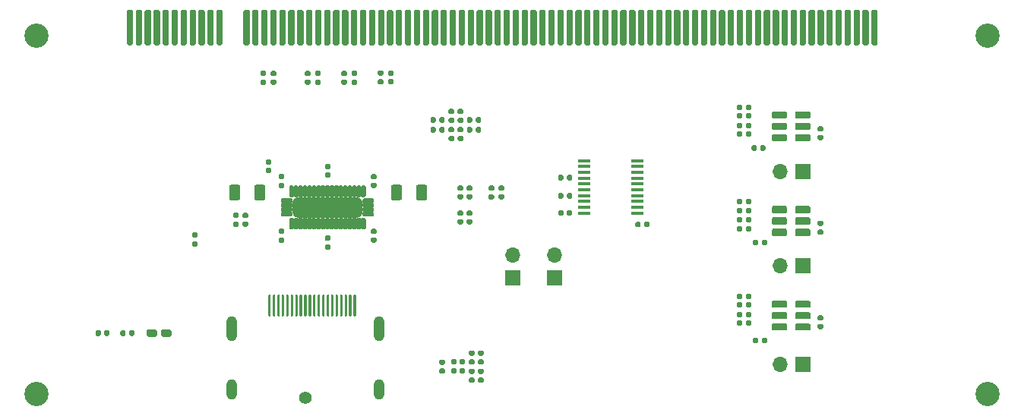
<source format=gbr>
G04 #@! TF.GenerationSoftware,KiCad,Pcbnew,(5.99.0-2858-ga3fc028c9b)*
G04 #@! TF.CreationDate,2020-08-26T16:16:25+02:00*
G04 #@! TF.ProjectId,EDSCH0002-V2-A,45445343-4830-4303-9032-2d56322d412e,V2.0*
G04 #@! TF.SameCoordinates,PX3235458PY54a6c6c*
G04 #@! TF.FileFunction,Soldermask,Top*
G04 #@! TF.FilePolarity,Negative*
%FSLAX46Y46*%
G04 Gerber Fmt 4.6, Leading zero omitted, Abs format (unit mm)*
G04 Created by KiCad (PCBNEW (5.99.0-2858-ga3fc028c9b)) date 2020-08-26 16:16:25*
%MOMM*%
%LPD*%
G01*
G04 APERTURE LIST*
%ADD10R,1.700000X1.700000*%
%ADD11O,1.700000X1.700000*%
%ADD12R,1.450000X0.450000*%
%ADD13C,0.800000*%
%ADD14C,1.400000*%
%ADD15O,1.200000X2.800000*%
%ADD16O,1.200000X2.300000*%
%ADD17C,2.700000*%
G04 APERTURE END LIST*
G36*
G01*
X29094500Y40051000D02*
X29439500Y40051000D01*
G75*
G02*
X29587000Y39903500I0J-147500D01*
G01*
X29587000Y39608500D01*
G75*
G02*
X29439500Y39461000I-147500J0D01*
G01*
X29094500Y39461000D01*
G75*
G02*
X28947000Y39608500I0J147500D01*
G01*
X28947000Y39903500D01*
G75*
G02*
X29094500Y40051000I147500J0D01*
G01*
G37*
G36*
G01*
X29094500Y39081000D02*
X29439500Y39081000D01*
G75*
G02*
X29587000Y38933500I0J-147500D01*
G01*
X29587000Y38638500D01*
G75*
G02*
X29439500Y38491000I-147500J0D01*
G01*
X29094500Y38491000D01*
G75*
G02*
X28947000Y38638500I0J147500D01*
G01*
X28947000Y38933500D01*
G75*
G02*
X29094500Y39081000I147500J0D01*
G01*
G37*
G36*
G01*
X30237500Y40051000D02*
X30582500Y40051000D01*
G75*
G02*
X30730000Y39903500I0J-147500D01*
G01*
X30730000Y39608500D01*
G75*
G02*
X30582500Y39461000I-147500J0D01*
G01*
X30237500Y39461000D01*
G75*
G02*
X30090000Y39608500I0J147500D01*
G01*
X30090000Y39903500D01*
G75*
G02*
X30237500Y40051000I147500J0D01*
G01*
G37*
G36*
G01*
X30237500Y39081000D02*
X30582500Y39081000D01*
G75*
G02*
X30730000Y38933500I0J-147500D01*
G01*
X30730000Y38638500D01*
G75*
G02*
X30582500Y38491000I-147500J0D01*
G01*
X30237500Y38491000D01*
G75*
G02*
X30090000Y38638500I0J147500D01*
G01*
X30090000Y38933500D01*
G75*
G02*
X30237500Y39081000I147500J0D01*
G01*
G37*
G36*
G01*
X34047500Y40051000D02*
X34392500Y40051000D01*
G75*
G02*
X34540000Y39903500I0J-147500D01*
G01*
X34540000Y39608500D01*
G75*
G02*
X34392500Y39461000I-147500J0D01*
G01*
X34047500Y39461000D01*
G75*
G02*
X33900000Y39608500I0J147500D01*
G01*
X33900000Y39903500D01*
G75*
G02*
X34047500Y40051000I147500J0D01*
G01*
G37*
G36*
G01*
X34047500Y39081000D02*
X34392500Y39081000D01*
G75*
G02*
X34540000Y38933500I0J-147500D01*
G01*
X34540000Y38638500D01*
G75*
G02*
X34392500Y38491000I-147500J0D01*
G01*
X34047500Y38491000D01*
G75*
G02*
X33900000Y38638500I0J147500D01*
G01*
X33900000Y38933500D01*
G75*
G02*
X34047500Y39081000I147500J0D01*
G01*
G37*
G36*
G01*
X35190500Y40051000D02*
X35535500Y40051000D01*
G75*
G02*
X35683000Y39903500I0J-147500D01*
G01*
X35683000Y39608500D01*
G75*
G02*
X35535500Y39461000I-147500J0D01*
G01*
X35190500Y39461000D01*
G75*
G02*
X35043000Y39608500I0J147500D01*
G01*
X35043000Y39903500D01*
G75*
G02*
X35190500Y40051000I147500J0D01*
G01*
G37*
G36*
G01*
X35190500Y39081000D02*
X35535500Y39081000D01*
G75*
G02*
X35683000Y38933500I0J-147500D01*
G01*
X35683000Y38638500D01*
G75*
G02*
X35535500Y38491000I-147500J0D01*
G01*
X35190500Y38491000D01*
G75*
G02*
X35043000Y38638500I0J147500D01*
G01*
X35043000Y38933500D01*
G75*
G02*
X35190500Y39081000I147500J0D01*
G01*
G37*
G36*
G01*
X38111500Y40051000D02*
X38456500Y40051000D01*
G75*
G02*
X38604000Y39903500I0J-147500D01*
G01*
X38604000Y39608500D01*
G75*
G02*
X38456500Y39461000I-147500J0D01*
G01*
X38111500Y39461000D01*
G75*
G02*
X37964000Y39608500I0J147500D01*
G01*
X37964000Y39903500D01*
G75*
G02*
X38111500Y40051000I147500J0D01*
G01*
G37*
G36*
G01*
X38111500Y39081000D02*
X38456500Y39081000D01*
G75*
G02*
X38604000Y38933500I0J-147500D01*
G01*
X38604000Y38638500D01*
G75*
G02*
X38456500Y38491000I-147500J0D01*
G01*
X38111500Y38491000D01*
G75*
G02*
X37964000Y38638500I0J147500D01*
G01*
X37964000Y38933500D01*
G75*
G02*
X38111500Y39081000I147500J0D01*
G01*
G37*
G36*
G01*
X39254500Y40051000D02*
X39599500Y40051000D01*
G75*
G02*
X39747000Y39903500I0J-147500D01*
G01*
X39747000Y39608500D01*
G75*
G02*
X39599500Y39461000I-147500J0D01*
G01*
X39254500Y39461000D01*
G75*
G02*
X39107000Y39608500I0J147500D01*
G01*
X39107000Y39903500D01*
G75*
G02*
X39254500Y40051000I147500J0D01*
G01*
G37*
G36*
G01*
X39254500Y39081000D02*
X39599500Y39081000D01*
G75*
G02*
X39747000Y38933500I0J-147500D01*
G01*
X39747000Y38638500D01*
G75*
G02*
X39599500Y38491000I-147500J0D01*
G01*
X39254500Y38491000D01*
G75*
G02*
X39107000Y38638500I0J147500D01*
G01*
X39107000Y38933500D01*
G75*
G02*
X39254500Y39081000I147500J0D01*
G01*
G37*
G36*
G01*
X42175500Y40074000D02*
X42520500Y40074000D01*
G75*
G02*
X42668000Y39926500I0J-147500D01*
G01*
X42668000Y39631500D01*
G75*
G02*
X42520500Y39484000I-147500J0D01*
G01*
X42175500Y39484000D01*
G75*
G02*
X42028000Y39631500I0J147500D01*
G01*
X42028000Y39926500D01*
G75*
G02*
X42175500Y40074000I147500J0D01*
G01*
G37*
G36*
G01*
X42175500Y39104000D02*
X42520500Y39104000D01*
G75*
G02*
X42668000Y38956500I0J-147500D01*
G01*
X42668000Y38661500D01*
G75*
G02*
X42520500Y38514000I-147500J0D01*
G01*
X42175500Y38514000D01*
G75*
G02*
X42028000Y38661500I0J147500D01*
G01*
X42028000Y38956500D01*
G75*
G02*
X42175500Y39104000I147500J0D01*
G01*
G37*
G36*
G01*
X43318500Y40074000D02*
X43663500Y40074000D01*
G75*
G02*
X43811000Y39926500I0J-147500D01*
G01*
X43811000Y39631500D01*
G75*
G02*
X43663500Y39484000I-147500J0D01*
G01*
X43318500Y39484000D01*
G75*
G02*
X43171000Y39631500I0J147500D01*
G01*
X43171000Y39926500D01*
G75*
G02*
X43318500Y40074000I147500J0D01*
G01*
G37*
G36*
G01*
X43318500Y39104000D02*
X43663500Y39104000D01*
G75*
G02*
X43811000Y38956500I0J-147500D01*
G01*
X43811000Y38661500D01*
G75*
G02*
X43663500Y38514000I-147500J0D01*
G01*
X43318500Y38514000D01*
G75*
G02*
X43171000Y38661500I0J147500D01*
G01*
X43171000Y38956500D01*
G75*
G02*
X43318500Y39104000I147500J0D01*
G01*
G37*
G36*
G01*
X83859000Y9784500D02*
X83859000Y10129500D01*
G75*
G02*
X84006500Y10277000I147500J0D01*
G01*
X84301500Y10277000D01*
G75*
G02*
X84449000Y10129500I0J-147500D01*
G01*
X84449000Y9784500D01*
G75*
G02*
X84301500Y9637000I-147500J0D01*
G01*
X84006500Y9637000D01*
G75*
G02*
X83859000Y9784500I0J147500D01*
G01*
G37*
G36*
G01*
X84829000Y9784500D02*
X84829000Y10129500D01*
G75*
G02*
X84976500Y10277000I147500J0D01*
G01*
X85271500Y10277000D01*
G75*
G02*
X85419000Y10129500I0J-147500D01*
G01*
X85419000Y9784500D01*
G75*
G02*
X85271500Y9637000I-147500J0D01*
G01*
X84976500Y9637000D01*
G75*
G02*
X84829000Y9784500I0J147500D01*
G01*
G37*
G36*
G01*
X83859000Y20706500D02*
X83859000Y21051500D01*
G75*
G02*
X84006500Y21199000I147500J0D01*
G01*
X84301500Y21199000D01*
G75*
G02*
X84449000Y21051500I0J-147500D01*
G01*
X84449000Y20706500D01*
G75*
G02*
X84301500Y20559000I-147500J0D01*
G01*
X84006500Y20559000D01*
G75*
G02*
X83859000Y20706500I0J147500D01*
G01*
G37*
G36*
G01*
X84829000Y20706500D02*
X84829000Y21051500D01*
G75*
G02*
X84976500Y21199000I147500J0D01*
G01*
X85271500Y21199000D01*
G75*
G02*
X85419000Y21051500I0J-147500D01*
G01*
X85419000Y20706500D01*
G75*
G02*
X85271500Y20559000I-147500J0D01*
G01*
X84976500Y20559000D01*
G75*
G02*
X84829000Y20706500I0J147500D01*
G01*
G37*
G36*
G01*
X83683999Y31247500D02*
X83683999Y31592500D01*
G75*
G02*
X83831499Y31740000I147500J0D01*
G01*
X84126499Y31740000D01*
G75*
G02*
X84273999Y31592500I0J-147500D01*
G01*
X84273999Y31247500D01*
G75*
G02*
X84126499Y31100000I-147500J0D01*
G01*
X83831499Y31100000D01*
G75*
G02*
X83683999Y31247500I0J147500D01*
G01*
G37*
G36*
G01*
X84653999Y31247500D02*
X84653999Y31592500D01*
G75*
G02*
X84801499Y31740000I147500J0D01*
G01*
X85096499Y31740000D01*
G75*
G02*
X85243999Y31592500I0J-147500D01*
G01*
X85243999Y31247500D01*
G75*
G02*
X85096499Y31100000I-147500J0D01*
G01*
X84801499Y31100000D01*
G75*
G02*
X84653999Y31247500I0J147500D01*
G01*
G37*
G36*
G01*
X51764000Y6746500D02*
X51764000Y6401500D01*
G75*
G02*
X51616500Y6254000I-147500J0D01*
G01*
X51321500Y6254000D01*
G75*
G02*
X51174000Y6401500I0J147500D01*
G01*
X51174000Y6746500D01*
G75*
G02*
X51321500Y6894000I147500J0D01*
G01*
X51616500Y6894000D01*
G75*
G02*
X51764000Y6746500I0J-147500D01*
G01*
G37*
G36*
G01*
X50794000Y6746500D02*
X50794000Y6401500D01*
G75*
G02*
X50646500Y6254000I-147500J0D01*
G01*
X50351500Y6254000D01*
G75*
G02*
X50204000Y6401500I0J147500D01*
G01*
X50204000Y6746500D01*
G75*
G02*
X50351500Y6894000I147500J0D01*
G01*
X50646500Y6894000D01*
G75*
G02*
X50794000Y6746500I0J-147500D01*
G01*
G37*
G36*
G01*
X51764000Y7762500D02*
X51764000Y7417500D01*
G75*
G02*
X51616500Y7270000I-147500J0D01*
G01*
X51321500Y7270000D01*
G75*
G02*
X51174000Y7417500I0J147500D01*
G01*
X51174000Y7762500D01*
G75*
G02*
X51321500Y7910000I147500J0D01*
G01*
X51616500Y7910000D01*
G75*
G02*
X51764000Y7762500I0J-147500D01*
G01*
G37*
G36*
G01*
X50794000Y7762500D02*
X50794000Y7417500D01*
G75*
G02*
X50646500Y7270000I-147500J0D01*
G01*
X50351500Y7270000D01*
G75*
G02*
X50204000Y7417500I0J147500D01*
G01*
X50204000Y7762500D01*
G75*
G02*
X50351500Y7910000I147500J0D01*
G01*
X50646500Y7910000D01*
G75*
G02*
X50794000Y7762500I0J-147500D01*
G01*
G37*
G36*
G01*
X70755000Y22738500D02*
X70755000Y23083500D01*
G75*
G02*
X70902500Y23231000I147500J0D01*
G01*
X71197500Y23231000D01*
G75*
G02*
X71345000Y23083500I0J-147500D01*
G01*
X71345000Y22738500D01*
G75*
G02*
X71197500Y22591000I-147500J0D01*
G01*
X70902500Y22591000D01*
G75*
G02*
X70755000Y22738500I0J147500D01*
G01*
G37*
G36*
G01*
X71725000Y22738500D02*
X71725000Y23083500D01*
G75*
G02*
X71872500Y23231000I147500J0D01*
G01*
X72167500Y23231000D01*
G75*
G02*
X72315000Y23083500I0J-147500D01*
G01*
X72315000Y22738500D01*
G75*
G02*
X72167500Y22591000I-147500J0D01*
G01*
X71872500Y22591000D01*
G75*
G02*
X71725000Y22738500I0J147500D01*
G01*
G37*
G36*
G01*
X63702000Y26258500D02*
X63702000Y25913500D01*
G75*
G02*
X63554500Y25766000I-147500J0D01*
G01*
X63259500Y25766000D01*
G75*
G02*
X63112000Y25913500I0J147500D01*
G01*
X63112000Y26258500D01*
G75*
G02*
X63259500Y26406000I147500J0D01*
G01*
X63554500Y26406000D01*
G75*
G02*
X63702000Y26258500I0J-147500D01*
G01*
G37*
G36*
G01*
X62732000Y26258500D02*
X62732000Y25913500D01*
G75*
G02*
X62584500Y25766000I-147500J0D01*
G01*
X62289500Y25766000D01*
G75*
G02*
X62142000Y25913500I0J147500D01*
G01*
X62142000Y26258500D01*
G75*
G02*
X62289500Y26406000I147500J0D01*
G01*
X62584500Y26406000D01*
G75*
G02*
X62732000Y26258500I0J-147500D01*
G01*
G37*
G36*
G01*
X63702000Y24353500D02*
X63702000Y24008500D01*
G75*
G02*
X63554500Y23861000I-147500J0D01*
G01*
X63259500Y23861000D01*
G75*
G02*
X63112000Y24008500I0J147500D01*
G01*
X63112000Y24353500D01*
G75*
G02*
X63259500Y24501000I147500J0D01*
G01*
X63554500Y24501000D01*
G75*
G02*
X63702000Y24353500I0J-147500D01*
G01*
G37*
G36*
G01*
X62732000Y24353500D02*
X62732000Y24008500D01*
G75*
G02*
X62584500Y23861000I-147500J0D01*
G01*
X62289500Y23861000D01*
G75*
G02*
X62142000Y24008500I0J147500D01*
G01*
X62142000Y24353500D01*
G75*
G02*
X62289500Y24501000I147500J0D01*
G01*
X62584500Y24501000D01*
G75*
G02*
X62732000Y24353500I0J-147500D01*
G01*
G37*
G36*
G01*
X63702000Y28290500D02*
X63702000Y27945500D01*
G75*
G02*
X63554500Y27798000I-147500J0D01*
G01*
X63259500Y27798000D01*
G75*
G02*
X63112000Y27945500I0J147500D01*
G01*
X63112000Y28290500D01*
G75*
G02*
X63259500Y28438000I147500J0D01*
G01*
X63554500Y28438000D01*
G75*
G02*
X63702000Y28290500I0J-147500D01*
G01*
G37*
G36*
G01*
X62732000Y28290500D02*
X62732000Y27945500D01*
G75*
G02*
X62584500Y27798000I-147500J0D01*
G01*
X62289500Y27798000D01*
G75*
G02*
X62142000Y27945500I0J147500D01*
G01*
X62142000Y28290500D01*
G75*
G02*
X62289500Y28438000I147500J0D01*
G01*
X62584500Y28438000D01*
G75*
G02*
X62732000Y28290500I0J-147500D01*
G01*
G37*
G36*
G01*
X14058000Y43051000D02*
X14058000Y46701000D01*
G75*
G02*
X14233000Y46876000I175000J0D01*
G01*
X14583000Y46876000D01*
G75*
G02*
X14758000Y46701000I0J-175000D01*
G01*
X14758000Y43051000D01*
G75*
G02*
X14583000Y42876000I-175000J0D01*
G01*
X14233000Y42876000D01*
G75*
G02*
X14058000Y43051000I0J175000D01*
G01*
G37*
G36*
G01*
X15058000Y43051000D02*
X15058000Y46701000D01*
G75*
G02*
X15233000Y46876000I175000J0D01*
G01*
X15583000Y46876000D01*
G75*
G02*
X15758000Y46701000I0J-175000D01*
G01*
X15758000Y43051000D01*
G75*
G02*
X15583000Y42876000I-175000J0D01*
G01*
X15233000Y42876000D01*
G75*
G02*
X15058000Y43051000I0J175000D01*
G01*
G37*
G36*
G01*
X16058000Y43051000D02*
X16058000Y46701000D01*
G75*
G02*
X16233000Y46876000I175000J0D01*
G01*
X16583000Y46876000D01*
G75*
G02*
X16758000Y46701000I0J-175000D01*
G01*
X16758000Y43051000D01*
G75*
G02*
X16583000Y42876000I-175000J0D01*
G01*
X16233000Y42876000D01*
G75*
G02*
X16058000Y43051000I0J175000D01*
G01*
G37*
G36*
G01*
X17058000Y43051000D02*
X17058000Y46701000D01*
G75*
G02*
X17233000Y46876000I175000J0D01*
G01*
X17583000Y46876000D01*
G75*
G02*
X17758000Y46701000I0J-175000D01*
G01*
X17758000Y43051000D01*
G75*
G02*
X17583000Y42876000I-175000J0D01*
G01*
X17233000Y42876000D01*
G75*
G02*
X17058000Y43051000I0J175000D01*
G01*
G37*
G36*
G01*
X18058000Y43051000D02*
X18058000Y46701000D01*
G75*
G02*
X18233000Y46876000I175000J0D01*
G01*
X18583000Y46876000D01*
G75*
G02*
X18758000Y46701000I0J-175000D01*
G01*
X18758000Y43051000D01*
G75*
G02*
X18583000Y42876000I-175000J0D01*
G01*
X18233000Y42876000D01*
G75*
G02*
X18058000Y43051000I0J175000D01*
G01*
G37*
G36*
G01*
X19058000Y43051000D02*
X19058000Y46701000D01*
G75*
G02*
X19233000Y46876000I175000J0D01*
G01*
X19583000Y46876000D01*
G75*
G02*
X19758000Y46701000I0J-175000D01*
G01*
X19758000Y43051000D01*
G75*
G02*
X19583000Y42876000I-175000J0D01*
G01*
X19233000Y42876000D01*
G75*
G02*
X19058000Y43051000I0J175000D01*
G01*
G37*
G36*
G01*
X20058000Y43051000D02*
X20058000Y46701000D01*
G75*
G02*
X20233000Y46876000I175000J0D01*
G01*
X20583000Y46876000D01*
G75*
G02*
X20758000Y46701000I0J-175000D01*
G01*
X20758000Y43051000D01*
G75*
G02*
X20583000Y42876000I-175000J0D01*
G01*
X20233000Y42876000D01*
G75*
G02*
X20058000Y43051000I0J175000D01*
G01*
G37*
G36*
G01*
X21058000Y43051000D02*
X21058000Y46701000D01*
G75*
G02*
X21233000Y46876000I175000J0D01*
G01*
X21583000Y46876000D01*
G75*
G02*
X21758000Y46701000I0J-175000D01*
G01*
X21758000Y43051000D01*
G75*
G02*
X21583000Y42876000I-175000J0D01*
G01*
X21233000Y42876000D01*
G75*
G02*
X21058000Y43051000I0J175000D01*
G01*
G37*
G36*
G01*
X22058000Y43051000D02*
X22058000Y46701000D01*
G75*
G02*
X22233000Y46876000I175000J0D01*
G01*
X22583000Y46876000D01*
G75*
G02*
X22758000Y46701000I0J-175000D01*
G01*
X22758000Y43051000D01*
G75*
G02*
X22583000Y42876000I-175000J0D01*
G01*
X22233000Y42876000D01*
G75*
G02*
X22058000Y43051000I0J175000D01*
G01*
G37*
G36*
G01*
X23058000Y43051000D02*
X23058000Y46701000D01*
G75*
G02*
X23233000Y46876000I175000J0D01*
G01*
X23583000Y46876000D01*
G75*
G02*
X23758000Y46701000I0J-175000D01*
G01*
X23758000Y43051000D01*
G75*
G02*
X23583000Y42876000I-175000J0D01*
G01*
X23233000Y42876000D01*
G75*
G02*
X23058000Y43051000I0J175000D01*
G01*
G37*
G36*
G01*
X24058000Y43051000D02*
X24058000Y46701000D01*
G75*
G02*
X24233000Y46876000I175000J0D01*
G01*
X24583000Y46876000D01*
G75*
G02*
X24758000Y46701000I0J-175000D01*
G01*
X24758000Y43051000D01*
G75*
G02*
X24583000Y42876000I-175000J0D01*
G01*
X24233000Y42876000D01*
G75*
G02*
X24058000Y43051000I0J175000D01*
G01*
G37*
G36*
G01*
X27058000Y43051000D02*
X27058000Y46701000D01*
G75*
G02*
X27233000Y46876000I175000J0D01*
G01*
X27583000Y46876000D01*
G75*
G02*
X27758000Y46701000I0J-175000D01*
G01*
X27758000Y43051000D01*
G75*
G02*
X27583000Y42876000I-175000J0D01*
G01*
X27233000Y42876000D01*
G75*
G02*
X27058000Y43051000I0J175000D01*
G01*
G37*
G36*
G01*
X28058000Y43051000D02*
X28058000Y46701000D01*
G75*
G02*
X28233000Y46876000I175000J0D01*
G01*
X28583000Y46876000D01*
G75*
G02*
X28758000Y46701000I0J-175000D01*
G01*
X28758000Y43051000D01*
G75*
G02*
X28583000Y42876000I-175000J0D01*
G01*
X28233000Y42876000D01*
G75*
G02*
X28058000Y43051000I0J175000D01*
G01*
G37*
G36*
G01*
X29058000Y43051000D02*
X29058000Y46701000D01*
G75*
G02*
X29233000Y46876000I175000J0D01*
G01*
X29583000Y46876000D01*
G75*
G02*
X29758000Y46701000I0J-175000D01*
G01*
X29758000Y43051000D01*
G75*
G02*
X29583000Y42876000I-175000J0D01*
G01*
X29233000Y42876000D01*
G75*
G02*
X29058000Y43051000I0J175000D01*
G01*
G37*
G36*
G01*
X30058000Y43051000D02*
X30058000Y46701000D01*
G75*
G02*
X30233000Y46876000I175000J0D01*
G01*
X30583000Y46876000D01*
G75*
G02*
X30758000Y46701000I0J-175000D01*
G01*
X30758000Y43051000D01*
G75*
G02*
X30583000Y42876000I-175000J0D01*
G01*
X30233000Y42876000D01*
G75*
G02*
X30058000Y43051000I0J175000D01*
G01*
G37*
G36*
G01*
X31058000Y43051000D02*
X31058000Y46701000D01*
G75*
G02*
X31233000Y46876000I175000J0D01*
G01*
X31583000Y46876000D01*
G75*
G02*
X31758000Y46701000I0J-175000D01*
G01*
X31758000Y43051000D01*
G75*
G02*
X31583000Y42876000I-175000J0D01*
G01*
X31233000Y42876000D01*
G75*
G02*
X31058000Y43051000I0J175000D01*
G01*
G37*
G36*
G01*
X32058000Y43051000D02*
X32058000Y46701000D01*
G75*
G02*
X32233000Y46876000I175000J0D01*
G01*
X32583000Y46876000D01*
G75*
G02*
X32758000Y46701000I0J-175000D01*
G01*
X32758000Y43051000D01*
G75*
G02*
X32583000Y42876000I-175000J0D01*
G01*
X32233000Y42876000D01*
G75*
G02*
X32058000Y43051000I0J175000D01*
G01*
G37*
G36*
G01*
X33058000Y43051000D02*
X33058000Y46701000D01*
G75*
G02*
X33233000Y46876000I175000J0D01*
G01*
X33583000Y46876000D01*
G75*
G02*
X33758000Y46701000I0J-175000D01*
G01*
X33758000Y43051000D01*
G75*
G02*
X33583000Y42876000I-175000J0D01*
G01*
X33233000Y42876000D01*
G75*
G02*
X33058000Y43051000I0J175000D01*
G01*
G37*
G36*
G01*
X34058000Y43051000D02*
X34058000Y46701000D01*
G75*
G02*
X34233000Y46876000I175000J0D01*
G01*
X34583000Y46876000D01*
G75*
G02*
X34758000Y46701000I0J-175000D01*
G01*
X34758000Y43051000D01*
G75*
G02*
X34583000Y42876000I-175000J0D01*
G01*
X34233000Y42876000D01*
G75*
G02*
X34058000Y43051000I0J175000D01*
G01*
G37*
G36*
G01*
X35058000Y43051000D02*
X35058000Y46701000D01*
G75*
G02*
X35233000Y46876000I175000J0D01*
G01*
X35583000Y46876000D01*
G75*
G02*
X35758000Y46701000I0J-175000D01*
G01*
X35758000Y43051000D01*
G75*
G02*
X35583000Y42876000I-175000J0D01*
G01*
X35233000Y42876000D01*
G75*
G02*
X35058000Y43051000I0J175000D01*
G01*
G37*
G36*
G01*
X36058000Y43051000D02*
X36058000Y46701000D01*
G75*
G02*
X36233000Y46876000I175000J0D01*
G01*
X36583000Y46876000D01*
G75*
G02*
X36758000Y46701000I0J-175000D01*
G01*
X36758000Y43051000D01*
G75*
G02*
X36583000Y42876000I-175000J0D01*
G01*
X36233000Y42876000D01*
G75*
G02*
X36058000Y43051000I0J175000D01*
G01*
G37*
G36*
G01*
X37058000Y43051000D02*
X37058000Y46701000D01*
G75*
G02*
X37233000Y46876000I175000J0D01*
G01*
X37583000Y46876000D01*
G75*
G02*
X37758000Y46701000I0J-175000D01*
G01*
X37758000Y43051000D01*
G75*
G02*
X37583000Y42876000I-175000J0D01*
G01*
X37233000Y42876000D01*
G75*
G02*
X37058000Y43051000I0J175000D01*
G01*
G37*
G36*
G01*
X38058000Y43051000D02*
X38058000Y46701000D01*
G75*
G02*
X38233000Y46876000I175000J0D01*
G01*
X38583000Y46876000D01*
G75*
G02*
X38758000Y46701000I0J-175000D01*
G01*
X38758000Y43051000D01*
G75*
G02*
X38583000Y42876000I-175000J0D01*
G01*
X38233000Y42876000D01*
G75*
G02*
X38058000Y43051000I0J175000D01*
G01*
G37*
G36*
G01*
X39058000Y43051000D02*
X39058000Y46701000D01*
G75*
G02*
X39233000Y46876000I175000J0D01*
G01*
X39583000Y46876000D01*
G75*
G02*
X39758000Y46701000I0J-175000D01*
G01*
X39758000Y43051000D01*
G75*
G02*
X39583000Y42876000I-175000J0D01*
G01*
X39233000Y42876000D01*
G75*
G02*
X39058000Y43051000I0J175000D01*
G01*
G37*
G36*
G01*
X40058000Y43051000D02*
X40058000Y46701000D01*
G75*
G02*
X40233000Y46876000I175000J0D01*
G01*
X40583000Y46876000D01*
G75*
G02*
X40758000Y46701000I0J-175000D01*
G01*
X40758000Y43051000D01*
G75*
G02*
X40583000Y42876000I-175000J0D01*
G01*
X40233000Y42876000D01*
G75*
G02*
X40058000Y43051000I0J175000D01*
G01*
G37*
G36*
G01*
X41058000Y43051000D02*
X41058000Y46701000D01*
G75*
G02*
X41233000Y46876000I175000J0D01*
G01*
X41583000Y46876000D01*
G75*
G02*
X41758000Y46701000I0J-175000D01*
G01*
X41758000Y43051000D01*
G75*
G02*
X41583000Y42876000I-175000J0D01*
G01*
X41233000Y42876000D01*
G75*
G02*
X41058000Y43051000I0J175000D01*
G01*
G37*
G36*
G01*
X42058000Y43051000D02*
X42058000Y46701000D01*
G75*
G02*
X42233000Y46876000I175000J0D01*
G01*
X42583000Y46876000D01*
G75*
G02*
X42758000Y46701000I0J-175000D01*
G01*
X42758000Y43051000D01*
G75*
G02*
X42583000Y42876000I-175000J0D01*
G01*
X42233000Y42876000D01*
G75*
G02*
X42058000Y43051000I0J175000D01*
G01*
G37*
G36*
G01*
X43058000Y43051000D02*
X43058000Y46701000D01*
G75*
G02*
X43233000Y46876000I175000J0D01*
G01*
X43583000Y46876000D01*
G75*
G02*
X43758000Y46701000I0J-175000D01*
G01*
X43758000Y43051000D01*
G75*
G02*
X43583000Y42876000I-175000J0D01*
G01*
X43233000Y42876000D01*
G75*
G02*
X43058000Y43051000I0J175000D01*
G01*
G37*
G36*
G01*
X44058000Y43051000D02*
X44058000Y46701000D01*
G75*
G02*
X44233000Y46876000I175000J0D01*
G01*
X44583000Y46876000D01*
G75*
G02*
X44758000Y46701000I0J-175000D01*
G01*
X44758000Y43051000D01*
G75*
G02*
X44583000Y42876000I-175000J0D01*
G01*
X44233000Y42876000D01*
G75*
G02*
X44058000Y43051000I0J175000D01*
G01*
G37*
G36*
G01*
X45058000Y43051000D02*
X45058000Y46701000D01*
G75*
G02*
X45233000Y46876000I175000J0D01*
G01*
X45583000Y46876000D01*
G75*
G02*
X45758000Y46701000I0J-175000D01*
G01*
X45758000Y43051000D01*
G75*
G02*
X45583000Y42876000I-175000J0D01*
G01*
X45233000Y42876000D01*
G75*
G02*
X45058000Y43051000I0J175000D01*
G01*
G37*
G36*
G01*
X46058000Y43051000D02*
X46058000Y46701000D01*
G75*
G02*
X46233000Y46876000I175000J0D01*
G01*
X46583000Y46876000D01*
G75*
G02*
X46758000Y46701000I0J-175000D01*
G01*
X46758000Y43051000D01*
G75*
G02*
X46583000Y42876000I-175000J0D01*
G01*
X46233000Y42876000D01*
G75*
G02*
X46058000Y43051000I0J175000D01*
G01*
G37*
G36*
G01*
X47058000Y43051000D02*
X47058000Y46701000D01*
G75*
G02*
X47233000Y46876000I175000J0D01*
G01*
X47583000Y46876000D01*
G75*
G02*
X47758000Y46701000I0J-175000D01*
G01*
X47758000Y43051000D01*
G75*
G02*
X47583000Y42876000I-175000J0D01*
G01*
X47233000Y42876000D01*
G75*
G02*
X47058000Y43051000I0J175000D01*
G01*
G37*
G36*
G01*
X48058000Y43051000D02*
X48058000Y46701000D01*
G75*
G02*
X48233000Y46876000I175000J0D01*
G01*
X48583000Y46876000D01*
G75*
G02*
X48758000Y46701000I0J-175000D01*
G01*
X48758000Y43051000D01*
G75*
G02*
X48583000Y42876000I-175000J0D01*
G01*
X48233000Y42876000D01*
G75*
G02*
X48058000Y43051000I0J175000D01*
G01*
G37*
G36*
G01*
X49058000Y43051000D02*
X49058000Y46701000D01*
G75*
G02*
X49233000Y46876000I175000J0D01*
G01*
X49583000Y46876000D01*
G75*
G02*
X49758000Y46701000I0J-175000D01*
G01*
X49758000Y43051000D01*
G75*
G02*
X49583000Y42876000I-175000J0D01*
G01*
X49233000Y42876000D01*
G75*
G02*
X49058000Y43051000I0J175000D01*
G01*
G37*
G36*
G01*
X50058000Y43051000D02*
X50058000Y46701000D01*
G75*
G02*
X50233000Y46876000I175000J0D01*
G01*
X50583000Y46876000D01*
G75*
G02*
X50758000Y46701000I0J-175000D01*
G01*
X50758000Y43051000D01*
G75*
G02*
X50583000Y42876000I-175000J0D01*
G01*
X50233000Y42876000D01*
G75*
G02*
X50058000Y43051000I0J175000D01*
G01*
G37*
G36*
G01*
X51058000Y43051000D02*
X51058000Y46701000D01*
G75*
G02*
X51233000Y46876000I175000J0D01*
G01*
X51583000Y46876000D01*
G75*
G02*
X51758000Y46701000I0J-175000D01*
G01*
X51758000Y43051000D01*
G75*
G02*
X51583000Y42876000I-175000J0D01*
G01*
X51233000Y42876000D01*
G75*
G02*
X51058000Y43051000I0J175000D01*
G01*
G37*
G36*
G01*
X52058000Y43051000D02*
X52058000Y46701000D01*
G75*
G02*
X52233000Y46876000I175000J0D01*
G01*
X52583000Y46876000D01*
G75*
G02*
X52758000Y46701000I0J-175000D01*
G01*
X52758000Y43051000D01*
G75*
G02*
X52583000Y42876000I-175000J0D01*
G01*
X52233000Y42876000D01*
G75*
G02*
X52058000Y43051000I0J175000D01*
G01*
G37*
G36*
G01*
X53058000Y43051000D02*
X53058000Y46701000D01*
G75*
G02*
X53233000Y46876000I175000J0D01*
G01*
X53583000Y46876000D01*
G75*
G02*
X53758000Y46701000I0J-175000D01*
G01*
X53758000Y43051000D01*
G75*
G02*
X53583000Y42876000I-175000J0D01*
G01*
X53233000Y42876000D01*
G75*
G02*
X53058000Y43051000I0J175000D01*
G01*
G37*
G36*
G01*
X54058000Y43051000D02*
X54058000Y46701000D01*
G75*
G02*
X54233000Y46876000I175000J0D01*
G01*
X54583000Y46876000D01*
G75*
G02*
X54758000Y46701000I0J-175000D01*
G01*
X54758000Y43051000D01*
G75*
G02*
X54583000Y42876000I-175000J0D01*
G01*
X54233000Y42876000D01*
G75*
G02*
X54058000Y43051000I0J175000D01*
G01*
G37*
G36*
G01*
X55058000Y43051000D02*
X55058000Y46701000D01*
G75*
G02*
X55233000Y46876000I175000J0D01*
G01*
X55583000Y46876000D01*
G75*
G02*
X55758000Y46701000I0J-175000D01*
G01*
X55758000Y43051000D01*
G75*
G02*
X55583000Y42876000I-175000J0D01*
G01*
X55233000Y42876000D01*
G75*
G02*
X55058000Y43051000I0J175000D01*
G01*
G37*
G36*
G01*
X56058000Y43051000D02*
X56058000Y46701000D01*
G75*
G02*
X56233000Y46876000I175000J0D01*
G01*
X56583000Y46876000D01*
G75*
G02*
X56758000Y46701000I0J-175000D01*
G01*
X56758000Y43051000D01*
G75*
G02*
X56583000Y42876000I-175000J0D01*
G01*
X56233000Y42876000D01*
G75*
G02*
X56058000Y43051000I0J175000D01*
G01*
G37*
G36*
G01*
X57058000Y43051000D02*
X57058000Y46701000D01*
G75*
G02*
X57233000Y46876000I175000J0D01*
G01*
X57583000Y46876000D01*
G75*
G02*
X57758000Y46701000I0J-175000D01*
G01*
X57758000Y43051000D01*
G75*
G02*
X57583000Y42876000I-175000J0D01*
G01*
X57233000Y42876000D01*
G75*
G02*
X57058000Y43051000I0J175000D01*
G01*
G37*
G36*
G01*
X58058000Y43051000D02*
X58058000Y46701000D01*
G75*
G02*
X58233000Y46876000I175000J0D01*
G01*
X58583000Y46876000D01*
G75*
G02*
X58758000Y46701000I0J-175000D01*
G01*
X58758000Y43051000D01*
G75*
G02*
X58583000Y42876000I-175000J0D01*
G01*
X58233000Y42876000D01*
G75*
G02*
X58058000Y43051000I0J175000D01*
G01*
G37*
G36*
G01*
X59058000Y43051000D02*
X59058000Y46701000D01*
G75*
G02*
X59233000Y46876000I175000J0D01*
G01*
X59583000Y46876000D01*
G75*
G02*
X59758000Y46701000I0J-175000D01*
G01*
X59758000Y43051000D01*
G75*
G02*
X59583000Y42876000I-175000J0D01*
G01*
X59233000Y42876000D01*
G75*
G02*
X59058000Y43051000I0J175000D01*
G01*
G37*
G36*
G01*
X60058000Y43051000D02*
X60058000Y46701000D01*
G75*
G02*
X60233000Y46876000I175000J0D01*
G01*
X60583000Y46876000D01*
G75*
G02*
X60758000Y46701000I0J-175000D01*
G01*
X60758000Y43051000D01*
G75*
G02*
X60583000Y42876000I-175000J0D01*
G01*
X60233000Y42876000D01*
G75*
G02*
X60058000Y43051000I0J175000D01*
G01*
G37*
G36*
G01*
X61058000Y43051000D02*
X61058000Y46701000D01*
G75*
G02*
X61233000Y46876000I175000J0D01*
G01*
X61583000Y46876000D01*
G75*
G02*
X61758000Y46701000I0J-175000D01*
G01*
X61758000Y43051000D01*
G75*
G02*
X61583000Y42876000I-175000J0D01*
G01*
X61233000Y42876000D01*
G75*
G02*
X61058000Y43051000I0J175000D01*
G01*
G37*
G36*
G01*
X62058000Y43051000D02*
X62058000Y46701000D01*
G75*
G02*
X62233000Y46876000I175000J0D01*
G01*
X62583000Y46876000D01*
G75*
G02*
X62758000Y46701000I0J-175000D01*
G01*
X62758000Y43051000D01*
G75*
G02*
X62583000Y42876000I-175000J0D01*
G01*
X62233000Y42876000D01*
G75*
G02*
X62058000Y43051000I0J175000D01*
G01*
G37*
G36*
G01*
X63058000Y43051000D02*
X63058000Y46701000D01*
G75*
G02*
X63233000Y46876000I175000J0D01*
G01*
X63583000Y46876000D01*
G75*
G02*
X63758000Y46701000I0J-175000D01*
G01*
X63758000Y43051000D01*
G75*
G02*
X63583000Y42876000I-175000J0D01*
G01*
X63233000Y42876000D01*
G75*
G02*
X63058000Y43051000I0J175000D01*
G01*
G37*
G36*
G01*
X64058000Y43051000D02*
X64058000Y46701000D01*
G75*
G02*
X64233000Y46876000I175000J0D01*
G01*
X64583000Y46876000D01*
G75*
G02*
X64758000Y46701000I0J-175000D01*
G01*
X64758000Y43051000D01*
G75*
G02*
X64583000Y42876000I-175000J0D01*
G01*
X64233000Y42876000D01*
G75*
G02*
X64058000Y43051000I0J175000D01*
G01*
G37*
G36*
G01*
X65058000Y43051000D02*
X65058000Y46701000D01*
G75*
G02*
X65233000Y46876000I175000J0D01*
G01*
X65583000Y46876000D01*
G75*
G02*
X65758000Y46701000I0J-175000D01*
G01*
X65758000Y43051000D01*
G75*
G02*
X65583000Y42876000I-175000J0D01*
G01*
X65233000Y42876000D01*
G75*
G02*
X65058000Y43051000I0J175000D01*
G01*
G37*
G36*
G01*
X66058000Y43051000D02*
X66058000Y46701000D01*
G75*
G02*
X66233000Y46876000I175000J0D01*
G01*
X66583000Y46876000D01*
G75*
G02*
X66758000Y46701000I0J-175000D01*
G01*
X66758000Y43051000D01*
G75*
G02*
X66583000Y42876000I-175000J0D01*
G01*
X66233000Y42876000D01*
G75*
G02*
X66058000Y43051000I0J175000D01*
G01*
G37*
G36*
G01*
X67058000Y43051000D02*
X67058000Y46701000D01*
G75*
G02*
X67233000Y46876000I175000J0D01*
G01*
X67583000Y46876000D01*
G75*
G02*
X67758000Y46701000I0J-175000D01*
G01*
X67758000Y43051000D01*
G75*
G02*
X67583000Y42876000I-175000J0D01*
G01*
X67233000Y42876000D01*
G75*
G02*
X67058000Y43051000I0J175000D01*
G01*
G37*
G36*
G01*
X68058000Y43051000D02*
X68058000Y46701000D01*
G75*
G02*
X68233000Y46876000I175000J0D01*
G01*
X68583000Y46876000D01*
G75*
G02*
X68758000Y46701000I0J-175000D01*
G01*
X68758000Y43051000D01*
G75*
G02*
X68583000Y42876000I-175000J0D01*
G01*
X68233000Y42876000D01*
G75*
G02*
X68058000Y43051000I0J175000D01*
G01*
G37*
G36*
G01*
X69058000Y43051000D02*
X69058000Y46701000D01*
G75*
G02*
X69233000Y46876000I175000J0D01*
G01*
X69583000Y46876000D01*
G75*
G02*
X69758000Y46701000I0J-175000D01*
G01*
X69758000Y43051000D01*
G75*
G02*
X69583000Y42876000I-175000J0D01*
G01*
X69233000Y42876000D01*
G75*
G02*
X69058000Y43051000I0J175000D01*
G01*
G37*
G36*
G01*
X70058000Y43051000D02*
X70058000Y46701000D01*
G75*
G02*
X70233000Y46876000I175000J0D01*
G01*
X70583000Y46876000D01*
G75*
G02*
X70758000Y46701000I0J-175000D01*
G01*
X70758000Y43051000D01*
G75*
G02*
X70583000Y42876000I-175000J0D01*
G01*
X70233000Y42876000D01*
G75*
G02*
X70058000Y43051000I0J175000D01*
G01*
G37*
G36*
G01*
X71058000Y43051000D02*
X71058000Y46701000D01*
G75*
G02*
X71233000Y46876000I175000J0D01*
G01*
X71583000Y46876000D01*
G75*
G02*
X71758000Y46701000I0J-175000D01*
G01*
X71758000Y43051000D01*
G75*
G02*
X71583000Y42876000I-175000J0D01*
G01*
X71233000Y42876000D01*
G75*
G02*
X71058000Y43051000I0J175000D01*
G01*
G37*
G36*
G01*
X72058000Y43051000D02*
X72058000Y46701000D01*
G75*
G02*
X72233000Y46876000I175000J0D01*
G01*
X72583000Y46876000D01*
G75*
G02*
X72758000Y46701000I0J-175000D01*
G01*
X72758000Y43051000D01*
G75*
G02*
X72583000Y42876000I-175000J0D01*
G01*
X72233000Y42876000D01*
G75*
G02*
X72058000Y43051000I0J175000D01*
G01*
G37*
G36*
G01*
X73058000Y43051000D02*
X73058000Y46701000D01*
G75*
G02*
X73233000Y46876000I175000J0D01*
G01*
X73583000Y46876000D01*
G75*
G02*
X73758000Y46701000I0J-175000D01*
G01*
X73758000Y43051000D01*
G75*
G02*
X73583000Y42876000I-175000J0D01*
G01*
X73233000Y42876000D01*
G75*
G02*
X73058000Y43051000I0J175000D01*
G01*
G37*
G36*
G01*
X74058000Y43051000D02*
X74058000Y46701000D01*
G75*
G02*
X74233000Y46876000I175000J0D01*
G01*
X74583000Y46876000D01*
G75*
G02*
X74758000Y46701000I0J-175000D01*
G01*
X74758000Y43051000D01*
G75*
G02*
X74583000Y42876000I-175000J0D01*
G01*
X74233000Y42876000D01*
G75*
G02*
X74058000Y43051000I0J175000D01*
G01*
G37*
G36*
G01*
X75058000Y43051000D02*
X75058000Y46701000D01*
G75*
G02*
X75233000Y46876000I175000J0D01*
G01*
X75583000Y46876000D01*
G75*
G02*
X75758000Y46701000I0J-175000D01*
G01*
X75758000Y43051000D01*
G75*
G02*
X75583000Y42876000I-175000J0D01*
G01*
X75233000Y42876000D01*
G75*
G02*
X75058000Y43051000I0J175000D01*
G01*
G37*
G36*
G01*
X76058000Y43051000D02*
X76058000Y46701000D01*
G75*
G02*
X76233000Y46876000I175000J0D01*
G01*
X76583000Y46876000D01*
G75*
G02*
X76758000Y46701000I0J-175000D01*
G01*
X76758000Y43051000D01*
G75*
G02*
X76583000Y42876000I-175000J0D01*
G01*
X76233000Y42876000D01*
G75*
G02*
X76058000Y43051000I0J175000D01*
G01*
G37*
G36*
G01*
X77058000Y43051000D02*
X77058000Y46701000D01*
G75*
G02*
X77233000Y46876000I175000J0D01*
G01*
X77583000Y46876000D01*
G75*
G02*
X77758000Y46701000I0J-175000D01*
G01*
X77758000Y43051000D01*
G75*
G02*
X77583000Y42876000I-175000J0D01*
G01*
X77233000Y42876000D01*
G75*
G02*
X77058000Y43051000I0J175000D01*
G01*
G37*
G36*
G01*
X78058000Y43051000D02*
X78058000Y46701000D01*
G75*
G02*
X78233000Y46876000I175000J0D01*
G01*
X78583000Y46876000D01*
G75*
G02*
X78758000Y46701000I0J-175000D01*
G01*
X78758000Y43051000D01*
G75*
G02*
X78583000Y42876000I-175000J0D01*
G01*
X78233000Y42876000D01*
G75*
G02*
X78058000Y43051000I0J175000D01*
G01*
G37*
G36*
G01*
X79058000Y43051000D02*
X79058000Y46701000D01*
G75*
G02*
X79233000Y46876000I175000J0D01*
G01*
X79583000Y46876000D01*
G75*
G02*
X79758000Y46701000I0J-175000D01*
G01*
X79758000Y43051000D01*
G75*
G02*
X79583000Y42876000I-175000J0D01*
G01*
X79233000Y42876000D01*
G75*
G02*
X79058000Y43051000I0J175000D01*
G01*
G37*
G36*
G01*
X80058000Y43051000D02*
X80058000Y46701000D01*
G75*
G02*
X80233000Y46876000I175000J0D01*
G01*
X80583000Y46876000D01*
G75*
G02*
X80758000Y46701000I0J-175000D01*
G01*
X80758000Y43051000D01*
G75*
G02*
X80583000Y42876000I-175000J0D01*
G01*
X80233000Y42876000D01*
G75*
G02*
X80058000Y43051000I0J175000D01*
G01*
G37*
G36*
G01*
X81058000Y43051000D02*
X81058000Y46701000D01*
G75*
G02*
X81233000Y46876000I175000J0D01*
G01*
X81583000Y46876000D01*
G75*
G02*
X81758000Y46701000I0J-175000D01*
G01*
X81758000Y43051000D01*
G75*
G02*
X81583000Y42876000I-175000J0D01*
G01*
X81233000Y42876000D01*
G75*
G02*
X81058000Y43051000I0J175000D01*
G01*
G37*
G36*
G01*
X82058000Y43051000D02*
X82058000Y46701000D01*
G75*
G02*
X82233000Y46876000I175000J0D01*
G01*
X82583000Y46876000D01*
G75*
G02*
X82758000Y46701000I0J-175000D01*
G01*
X82758000Y43051000D01*
G75*
G02*
X82583000Y42876000I-175000J0D01*
G01*
X82233000Y42876000D01*
G75*
G02*
X82058000Y43051000I0J175000D01*
G01*
G37*
G36*
G01*
X83058000Y43051000D02*
X83058000Y46701000D01*
G75*
G02*
X83233000Y46876000I175000J0D01*
G01*
X83583000Y46876000D01*
G75*
G02*
X83758000Y46701000I0J-175000D01*
G01*
X83758000Y43051000D01*
G75*
G02*
X83583000Y42876000I-175000J0D01*
G01*
X83233000Y42876000D01*
G75*
G02*
X83058000Y43051000I0J175000D01*
G01*
G37*
G36*
G01*
X84058000Y43051000D02*
X84058000Y46701000D01*
G75*
G02*
X84233000Y46876000I175000J0D01*
G01*
X84583000Y46876000D01*
G75*
G02*
X84758000Y46701000I0J-175000D01*
G01*
X84758000Y43051000D01*
G75*
G02*
X84583000Y42876000I-175000J0D01*
G01*
X84233000Y42876000D01*
G75*
G02*
X84058000Y43051000I0J175000D01*
G01*
G37*
G36*
G01*
X85058000Y43051000D02*
X85058000Y46701000D01*
G75*
G02*
X85233000Y46876000I175000J0D01*
G01*
X85583000Y46876000D01*
G75*
G02*
X85758000Y46701000I0J-175000D01*
G01*
X85758000Y43051000D01*
G75*
G02*
X85583000Y42876000I-175000J0D01*
G01*
X85233000Y42876000D01*
G75*
G02*
X85058000Y43051000I0J175000D01*
G01*
G37*
G36*
G01*
X86058000Y43051000D02*
X86058000Y46701000D01*
G75*
G02*
X86233000Y46876000I175000J0D01*
G01*
X86583000Y46876000D01*
G75*
G02*
X86758000Y46701000I0J-175000D01*
G01*
X86758000Y43051000D01*
G75*
G02*
X86583000Y42876000I-175000J0D01*
G01*
X86233000Y42876000D01*
G75*
G02*
X86058000Y43051000I0J175000D01*
G01*
G37*
G36*
G01*
X87058000Y43051000D02*
X87058000Y46701000D01*
G75*
G02*
X87233000Y46876000I175000J0D01*
G01*
X87583000Y46876000D01*
G75*
G02*
X87758000Y46701000I0J-175000D01*
G01*
X87758000Y43051000D01*
G75*
G02*
X87583000Y42876000I-175000J0D01*
G01*
X87233000Y42876000D01*
G75*
G02*
X87058000Y43051000I0J175000D01*
G01*
G37*
G36*
G01*
X88058000Y43051000D02*
X88058000Y46701000D01*
G75*
G02*
X88233000Y46876000I175000J0D01*
G01*
X88583000Y46876000D01*
G75*
G02*
X88758000Y46701000I0J-175000D01*
G01*
X88758000Y43051000D01*
G75*
G02*
X88583000Y42876000I-175000J0D01*
G01*
X88233000Y42876000D01*
G75*
G02*
X88058000Y43051000I0J175000D01*
G01*
G37*
G36*
G01*
X89058000Y43051000D02*
X89058000Y46701000D01*
G75*
G02*
X89233000Y46876000I175000J0D01*
G01*
X89583000Y46876000D01*
G75*
G02*
X89758000Y46701000I0J-175000D01*
G01*
X89758000Y43051000D01*
G75*
G02*
X89583000Y42876000I-175000J0D01*
G01*
X89233000Y42876000D01*
G75*
G02*
X89058000Y43051000I0J175000D01*
G01*
G37*
G36*
G01*
X90058000Y43051000D02*
X90058000Y46701000D01*
G75*
G02*
X90233000Y46876000I175000J0D01*
G01*
X90583000Y46876000D01*
G75*
G02*
X90758000Y46701000I0J-175000D01*
G01*
X90758000Y43051000D01*
G75*
G02*
X90583000Y42876000I-175000J0D01*
G01*
X90233000Y42876000D01*
G75*
G02*
X90058000Y43051000I0J175000D01*
G01*
G37*
G36*
G01*
X91058000Y43051000D02*
X91058000Y46701000D01*
G75*
G02*
X91233000Y46876000I175000J0D01*
G01*
X91583000Y46876000D01*
G75*
G02*
X91758000Y46701000I0J-175000D01*
G01*
X91758000Y43051000D01*
G75*
G02*
X91583000Y42876000I-175000J0D01*
G01*
X91233000Y42876000D01*
G75*
G02*
X91058000Y43051000I0J175000D01*
G01*
G37*
G36*
G01*
X92058000Y43051000D02*
X92058000Y46701000D01*
G75*
G02*
X92233000Y46876000I175000J0D01*
G01*
X92583000Y46876000D01*
G75*
G02*
X92758000Y46701000I0J-175000D01*
G01*
X92758000Y43051000D01*
G75*
G02*
X92583000Y42876000I-175000J0D01*
G01*
X92233000Y42876000D01*
G75*
G02*
X92058000Y43051000I0J175000D01*
G01*
G37*
G36*
G01*
X93058000Y43051000D02*
X93058000Y46701000D01*
G75*
G02*
X93233000Y46876000I175000J0D01*
G01*
X93583000Y46876000D01*
G75*
G02*
X93758000Y46701000I0J-175000D01*
G01*
X93758000Y43051000D01*
G75*
G02*
X93583000Y42876000I-175000J0D01*
G01*
X93233000Y42876000D01*
G75*
G02*
X93058000Y43051000I0J175000D01*
G01*
G37*
G36*
G01*
X94058000Y43051000D02*
X94058000Y46701000D01*
G75*
G02*
X94233000Y46876000I175000J0D01*
G01*
X94583000Y46876000D01*
G75*
G02*
X94758000Y46701000I0J-175000D01*
G01*
X94758000Y43051000D01*
G75*
G02*
X94583000Y42876000I-175000J0D01*
G01*
X94233000Y42876000D01*
G75*
G02*
X94058000Y43051000I0J175000D01*
G01*
G37*
G36*
G01*
X95058000Y43051000D02*
X95058000Y46701000D01*
G75*
G02*
X95233000Y46876000I175000J0D01*
G01*
X95583000Y46876000D01*
G75*
G02*
X95758000Y46701000I0J-175000D01*
G01*
X95758000Y43051000D01*
G75*
G02*
X95583000Y42876000I-175000J0D01*
G01*
X95233000Y42876000D01*
G75*
G02*
X95058000Y43051000I0J175000D01*
G01*
G37*
G36*
G01*
X96058000Y43051000D02*
X96058000Y46701000D01*
G75*
G02*
X96233000Y46876000I175000J0D01*
G01*
X96583000Y46876000D01*
G75*
G02*
X96758000Y46701000I0J-175000D01*
G01*
X96758000Y43051000D01*
G75*
G02*
X96583000Y42876000I-175000J0D01*
G01*
X96233000Y42876000D01*
G75*
G02*
X96058000Y43051000I0J175000D01*
G01*
G37*
G36*
G01*
X97058000Y43051000D02*
X97058000Y46701000D01*
G75*
G02*
X97233000Y46876000I175000J0D01*
G01*
X97583000Y46876000D01*
G75*
G02*
X97758000Y46701000I0J-175000D01*
G01*
X97758000Y43051000D01*
G75*
G02*
X97583000Y42876000I-175000J0D01*
G01*
X97233000Y42876000D01*
G75*
G02*
X97058000Y43051000I0J175000D01*
G01*
G37*
D10*
X89465000Y7290000D03*
D11*
X86925000Y7290000D03*
D10*
X89465000Y18287000D03*
D11*
X86925000Y18287000D03*
D10*
X89465000Y28776000D03*
D11*
X86925000Y28776000D03*
D10*
X61730000Y16942000D03*
D11*
X61730000Y19482000D03*
G36*
G01*
X91542500Y11232000D02*
X91197500Y11232000D01*
G75*
G02*
X91050000Y11379500I0J147500D01*
G01*
X91050000Y11674500D01*
G75*
G02*
X91197500Y11822000I147500J0D01*
G01*
X91542500Y11822000D01*
G75*
G02*
X91690000Y11674500I0J-147500D01*
G01*
X91690000Y11379500D01*
G75*
G02*
X91542500Y11232000I-147500J0D01*
G01*
G37*
G36*
G01*
X91542500Y12202000D02*
X91197500Y12202000D01*
G75*
G02*
X91050000Y12349500I0J147500D01*
G01*
X91050000Y12644500D01*
G75*
G02*
X91197500Y12792000I147500J0D01*
G01*
X91542500Y12792000D01*
G75*
G02*
X91690000Y12644500I0J-147500D01*
G01*
X91690000Y12349500D01*
G75*
G02*
X91542500Y12202000I-147500J0D01*
G01*
G37*
G36*
G01*
X91542500Y21750000D02*
X91197500Y21750000D01*
G75*
G02*
X91050000Y21897500I0J147500D01*
G01*
X91050000Y22192500D01*
G75*
G02*
X91197500Y22340000I147500J0D01*
G01*
X91542500Y22340000D01*
G75*
G02*
X91690000Y22192500I0J-147500D01*
G01*
X91690000Y21897500D01*
G75*
G02*
X91542500Y21750000I-147500J0D01*
G01*
G37*
G36*
G01*
X91542500Y22720000D02*
X91197500Y22720000D01*
G75*
G02*
X91050000Y22867500I0J147500D01*
G01*
X91050000Y23162500D01*
G75*
G02*
X91197500Y23310000I147500J0D01*
G01*
X91542500Y23310000D01*
G75*
G02*
X91690000Y23162500I0J-147500D01*
G01*
X91690000Y22867500D01*
G75*
G02*
X91542500Y22720000I-147500J0D01*
G01*
G37*
G36*
G01*
X91542500Y32291000D02*
X91197500Y32291000D01*
G75*
G02*
X91050000Y32438500I0J147500D01*
G01*
X91050000Y32733500D01*
G75*
G02*
X91197500Y32881000I147500J0D01*
G01*
X91542500Y32881000D01*
G75*
G02*
X91690000Y32733500I0J-147500D01*
G01*
X91690000Y32438500D01*
G75*
G02*
X91542500Y32291000I-147500J0D01*
G01*
G37*
G36*
G01*
X91542500Y33261000D02*
X91197500Y33261000D01*
G75*
G02*
X91050000Y33408500I0J147500D01*
G01*
X91050000Y33703500D01*
G75*
G02*
X91197500Y33851000I147500J0D01*
G01*
X91542500Y33851000D01*
G75*
G02*
X91690000Y33703500I0J-147500D01*
G01*
X91690000Y33408500D01*
G75*
G02*
X91542500Y33261000I-147500J0D01*
G01*
G37*
G36*
G01*
X83196500Y15182000D02*
X83541500Y15182000D01*
G75*
G02*
X83689000Y15034500I0J-147500D01*
G01*
X83689000Y14739500D01*
G75*
G02*
X83541500Y14592000I-147500J0D01*
G01*
X83196500Y14592000D01*
G75*
G02*
X83049000Y14739500I0J147500D01*
G01*
X83049000Y15034500D01*
G75*
G02*
X83196500Y15182000I147500J0D01*
G01*
G37*
G36*
G01*
X83196500Y14212000D02*
X83541500Y14212000D01*
G75*
G02*
X83689000Y14064500I0J-147500D01*
G01*
X83689000Y13769500D01*
G75*
G02*
X83541500Y13622000I-147500J0D01*
G01*
X83196500Y13622000D01*
G75*
G02*
X83049000Y13769500I0J147500D01*
G01*
X83049000Y14064500D01*
G75*
G02*
X83196500Y14212000I147500J0D01*
G01*
G37*
G36*
G01*
X82525500Y13622000D02*
X82180500Y13622000D01*
G75*
G02*
X82033000Y13769500I0J147500D01*
G01*
X82033000Y14064500D01*
G75*
G02*
X82180500Y14212000I147500J0D01*
G01*
X82525500Y14212000D01*
G75*
G02*
X82673000Y14064500I0J-147500D01*
G01*
X82673000Y13769500D01*
G75*
G02*
X82525500Y13622000I-147500J0D01*
G01*
G37*
G36*
G01*
X82525500Y14592000D02*
X82180500Y14592000D01*
G75*
G02*
X82033000Y14739500I0J147500D01*
G01*
X82033000Y15034500D01*
G75*
G02*
X82180500Y15182000I147500J0D01*
G01*
X82525500Y15182000D01*
G75*
G02*
X82673000Y15034500I0J-147500D01*
G01*
X82673000Y14739500D01*
G75*
G02*
X82525500Y14592000I-147500J0D01*
G01*
G37*
G36*
G01*
X83196500Y25746000D02*
X83541500Y25746000D01*
G75*
G02*
X83689000Y25598500I0J-147500D01*
G01*
X83689000Y25303500D01*
G75*
G02*
X83541500Y25156000I-147500J0D01*
G01*
X83196500Y25156000D01*
G75*
G02*
X83049000Y25303500I0J147500D01*
G01*
X83049000Y25598500D01*
G75*
G02*
X83196500Y25746000I147500J0D01*
G01*
G37*
G36*
G01*
X83196500Y24776000D02*
X83541500Y24776000D01*
G75*
G02*
X83689000Y24628500I0J-147500D01*
G01*
X83689000Y24333500D01*
G75*
G02*
X83541500Y24186000I-147500J0D01*
G01*
X83196500Y24186000D01*
G75*
G02*
X83049000Y24333500I0J147500D01*
G01*
X83049000Y24628500D01*
G75*
G02*
X83196500Y24776000I147500J0D01*
G01*
G37*
G36*
G01*
X82525500Y24186000D02*
X82180500Y24186000D01*
G75*
G02*
X82033000Y24333500I0J147500D01*
G01*
X82033000Y24628500D01*
G75*
G02*
X82180500Y24776000I147500J0D01*
G01*
X82525500Y24776000D01*
G75*
G02*
X82673000Y24628500I0J-147500D01*
G01*
X82673000Y24333500D01*
G75*
G02*
X82525500Y24186000I-147500J0D01*
G01*
G37*
G36*
G01*
X82525500Y25156000D02*
X82180500Y25156000D01*
G75*
G02*
X82033000Y25303500I0J147500D01*
G01*
X82033000Y25598500D01*
G75*
G02*
X82180500Y25746000I147500J0D01*
G01*
X82525500Y25746000D01*
G75*
G02*
X82673000Y25598500I0J-147500D01*
G01*
X82673000Y25303500D01*
G75*
G02*
X82525500Y25156000I-147500J0D01*
G01*
G37*
G36*
G01*
X83196500Y36287000D02*
X83541500Y36287000D01*
G75*
G02*
X83689000Y36139500I0J-147500D01*
G01*
X83689000Y35844500D01*
G75*
G02*
X83541500Y35697000I-147500J0D01*
G01*
X83196500Y35697000D01*
G75*
G02*
X83049000Y35844500I0J147500D01*
G01*
X83049000Y36139500D01*
G75*
G02*
X83196500Y36287000I147500J0D01*
G01*
G37*
G36*
G01*
X83196500Y35317000D02*
X83541500Y35317000D01*
G75*
G02*
X83689000Y35169500I0J-147500D01*
G01*
X83689000Y34874500D01*
G75*
G02*
X83541500Y34727000I-147500J0D01*
G01*
X83196500Y34727000D01*
G75*
G02*
X83049000Y34874500I0J147500D01*
G01*
X83049000Y35169500D01*
G75*
G02*
X83196500Y35317000I147500J0D01*
G01*
G37*
G36*
G01*
X82525500Y34727000D02*
X82180500Y34727000D01*
G75*
G02*
X82033000Y34874500I0J147500D01*
G01*
X82033000Y35169500D01*
G75*
G02*
X82180500Y35317000I147500J0D01*
G01*
X82525500Y35317000D01*
G75*
G02*
X82673000Y35169500I0J-147500D01*
G01*
X82673000Y34874500D01*
G75*
G02*
X82525500Y34727000I-147500J0D01*
G01*
G37*
G36*
G01*
X82525500Y35697000D02*
X82180500Y35697000D01*
G75*
G02*
X82033000Y35844500I0J147500D01*
G01*
X82033000Y36139500D01*
G75*
G02*
X82180500Y36287000I147500J0D01*
G01*
X82525500Y36287000D01*
G75*
G02*
X82673000Y36139500I0J-147500D01*
G01*
X82673000Y35844500D01*
G75*
G02*
X82525500Y35697000I-147500J0D01*
G01*
G37*
G36*
G01*
X83541500Y11590000D02*
X83196500Y11590000D01*
G75*
G02*
X83049000Y11737500I0J147500D01*
G01*
X83049000Y12032500D01*
G75*
G02*
X83196500Y12180000I147500J0D01*
G01*
X83541500Y12180000D01*
G75*
G02*
X83689000Y12032500I0J-147500D01*
G01*
X83689000Y11737500D01*
G75*
G02*
X83541500Y11590000I-147500J0D01*
G01*
G37*
G36*
G01*
X83541500Y12560000D02*
X83196500Y12560000D01*
G75*
G02*
X83049000Y12707500I0J147500D01*
G01*
X83049000Y13002500D01*
G75*
G02*
X83196500Y13150000I147500J0D01*
G01*
X83541500Y13150000D01*
G75*
G02*
X83689000Y13002500I0J-147500D01*
G01*
X83689000Y12707500D01*
G75*
G02*
X83541500Y12560000I-147500J0D01*
G01*
G37*
G36*
G01*
X82180500Y13150000D02*
X82525500Y13150000D01*
G75*
G02*
X82673000Y13002500I0J-147500D01*
G01*
X82673000Y12707500D01*
G75*
G02*
X82525500Y12560000I-147500J0D01*
G01*
X82180500Y12560000D01*
G75*
G02*
X82033000Y12707500I0J147500D01*
G01*
X82033000Y13002500D01*
G75*
G02*
X82180500Y13150000I147500J0D01*
G01*
G37*
G36*
G01*
X82180500Y12180000D02*
X82525500Y12180000D01*
G75*
G02*
X82673000Y12032500I0J-147500D01*
G01*
X82673000Y11737500D01*
G75*
G02*
X82525500Y11590000I-147500J0D01*
G01*
X82180500Y11590000D01*
G75*
G02*
X82033000Y11737500I0J147500D01*
G01*
X82033000Y12032500D01*
G75*
G02*
X82180500Y12180000I147500J0D01*
G01*
G37*
G36*
G01*
X83541500Y22154000D02*
X83196500Y22154000D01*
G75*
G02*
X83049000Y22301500I0J147500D01*
G01*
X83049000Y22596500D01*
G75*
G02*
X83196500Y22744000I147500J0D01*
G01*
X83541500Y22744000D01*
G75*
G02*
X83689000Y22596500I0J-147500D01*
G01*
X83689000Y22301500D01*
G75*
G02*
X83541500Y22154000I-147500J0D01*
G01*
G37*
G36*
G01*
X83541500Y23124000D02*
X83196500Y23124000D01*
G75*
G02*
X83049000Y23271500I0J147500D01*
G01*
X83049000Y23566500D01*
G75*
G02*
X83196500Y23714000I147500J0D01*
G01*
X83541500Y23714000D01*
G75*
G02*
X83689000Y23566500I0J-147500D01*
G01*
X83689000Y23271500D01*
G75*
G02*
X83541500Y23124000I-147500J0D01*
G01*
G37*
G36*
G01*
X82180500Y23714000D02*
X82525500Y23714000D01*
G75*
G02*
X82673000Y23566500I0J-147500D01*
G01*
X82673000Y23271500D01*
G75*
G02*
X82525500Y23124000I-147500J0D01*
G01*
X82180500Y23124000D01*
G75*
G02*
X82033000Y23271500I0J147500D01*
G01*
X82033000Y23566500D01*
G75*
G02*
X82180500Y23714000I147500J0D01*
G01*
G37*
G36*
G01*
X82180500Y22744000D02*
X82525500Y22744000D01*
G75*
G02*
X82673000Y22596500I0J-147500D01*
G01*
X82673000Y22301500D01*
G75*
G02*
X82525500Y22154000I-147500J0D01*
G01*
X82180500Y22154000D01*
G75*
G02*
X82033000Y22301500I0J147500D01*
G01*
X82033000Y22596500D01*
G75*
G02*
X82180500Y22744000I147500J0D01*
G01*
G37*
G36*
G01*
X83541500Y32672000D02*
X83196500Y32672000D01*
G75*
G02*
X83049000Y32819500I0J147500D01*
G01*
X83049000Y33114500D01*
G75*
G02*
X83196500Y33262000I147500J0D01*
G01*
X83541500Y33262000D01*
G75*
G02*
X83689000Y33114500I0J-147500D01*
G01*
X83689000Y32819500D01*
G75*
G02*
X83541500Y32672000I-147500J0D01*
G01*
G37*
G36*
G01*
X83541500Y33642000D02*
X83196500Y33642000D01*
G75*
G02*
X83049000Y33789500I0J147500D01*
G01*
X83049000Y34084500D01*
G75*
G02*
X83196500Y34232000I147500J0D01*
G01*
X83541500Y34232000D01*
G75*
G02*
X83689000Y34084500I0J-147500D01*
G01*
X83689000Y33789500D01*
G75*
G02*
X83541500Y33642000I-147500J0D01*
G01*
G37*
G36*
G01*
X82180500Y34232000D02*
X82525500Y34232000D01*
G75*
G02*
X82673000Y34084500I0J-147500D01*
G01*
X82673000Y33789500D01*
G75*
G02*
X82525500Y33642000I-147500J0D01*
G01*
X82180500Y33642000D01*
G75*
G02*
X82033000Y33789500I0J147500D01*
G01*
X82033000Y34084500D01*
G75*
G02*
X82180500Y34232000I147500J0D01*
G01*
G37*
G36*
G01*
X82180500Y33262000D02*
X82525500Y33262000D01*
G75*
G02*
X82673000Y33114500I0J-147500D01*
G01*
X82673000Y32819500D01*
G75*
G02*
X82525500Y32672000I-147500J0D01*
G01*
X82180500Y32672000D01*
G75*
G02*
X82033000Y32819500I0J147500D01*
G01*
X82033000Y33114500D01*
G75*
G02*
X82180500Y33262000I147500J0D01*
G01*
G37*
G36*
G01*
X49378500Y6279000D02*
X49033500Y6279000D01*
G75*
G02*
X48886000Y6426500I0J147500D01*
G01*
X48886000Y6721500D01*
G75*
G02*
X49033500Y6869000I147500J0D01*
G01*
X49378500Y6869000D01*
G75*
G02*
X49526000Y6721500I0J-147500D01*
G01*
X49526000Y6426500D01*
G75*
G02*
X49378500Y6279000I-147500J0D01*
G01*
G37*
G36*
G01*
X49378500Y7249000D02*
X49033500Y7249000D01*
G75*
G02*
X48886000Y7396500I0J147500D01*
G01*
X48886000Y7691500D01*
G75*
G02*
X49033500Y7839000I147500J0D01*
G01*
X49378500Y7839000D01*
G75*
G02*
X49526000Y7691500I0J-147500D01*
G01*
X49526000Y7396500D01*
G75*
G02*
X49378500Y7249000I-147500J0D01*
G01*
G37*
G36*
G01*
X52680500Y5263000D02*
X52335500Y5263000D01*
G75*
G02*
X52188000Y5410500I0J147500D01*
G01*
X52188000Y5705500D01*
G75*
G02*
X52335500Y5853000I147500J0D01*
G01*
X52680500Y5853000D01*
G75*
G02*
X52828000Y5705500I0J-147500D01*
G01*
X52828000Y5410500D01*
G75*
G02*
X52680500Y5263000I-147500J0D01*
G01*
G37*
G36*
G01*
X52680500Y6233000D02*
X52335500Y6233000D01*
G75*
G02*
X52188000Y6380500I0J147500D01*
G01*
X52188000Y6675500D01*
G75*
G02*
X52335500Y6823000I147500J0D01*
G01*
X52680500Y6823000D01*
G75*
G02*
X52828000Y6675500I0J-147500D01*
G01*
X52828000Y6380500D01*
G75*
G02*
X52680500Y6233000I-147500J0D01*
G01*
G37*
G36*
G01*
X53351500Y6800000D02*
X53696500Y6800000D01*
G75*
G02*
X53844000Y6652500I0J-147500D01*
G01*
X53844000Y6357500D01*
G75*
G02*
X53696500Y6210000I-147500J0D01*
G01*
X53351500Y6210000D01*
G75*
G02*
X53204000Y6357500I0J147500D01*
G01*
X53204000Y6652500D01*
G75*
G02*
X53351500Y6800000I147500J0D01*
G01*
G37*
G36*
G01*
X53351500Y5830000D02*
X53696500Y5830000D01*
G75*
G02*
X53844000Y5682500I0J-147500D01*
G01*
X53844000Y5387500D01*
G75*
G02*
X53696500Y5240000I-147500J0D01*
G01*
X53351500Y5240000D01*
G75*
G02*
X53204000Y5387500I0J147500D01*
G01*
X53204000Y5682500D01*
G75*
G02*
X53351500Y5830000I147500J0D01*
G01*
G37*
G36*
G01*
X52335500Y8855000D02*
X52680500Y8855000D01*
G75*
G02*
X52828000Y8707500I0J-147500D01*
G01*
X52828000Y8412500D01*
G75*
G02*
X52680500Y8265000I-147500J0D01*
G01*
X52335500Y8265000D01*
G75*
G02*
X52188000Y8412500I0J147500D01*
G01*
X52188000Y8707500D01*
G75*
G02*
X52335500Y8855000I147500J0D01*
G01*
G37*
G36*
G01*
X52335500Y7885000D02*
X52680500Y7885000D01*
G75*
G02*
X52828000Y7737500I0J-147500D01*
G01*
X52828000Y7442500D01*
G75*
G02*
X52680500Y7295000I-147500J0D01*
G01*
X52335500Y7295000D01*
G75*
G02*
X52188000Y7442500I0J147500D01*
G01*
X52188000Y7737500D01*
G75*
G02*
X52335500Y7885000I147500J0D01*
G01*
G37*
G36*
G01*
X53696500Y7272000D02*
X53351500Y7272000D01*
G75*
G02*
X53204000Y7419500I0J147500D01*
G01*
X53204000Y7714500D01*
G75*
G02*
X53351500Y7862000I147500J0D01*
G01*
X53696500Y7862000D01*
G75*
G02*
X53844000Y7714500I0J-147500D01*
G01*
X53844000Y7419500D01*
G75*
G02*
X53696500Y7272000I-147500J0D01*
G01*
G37*
G36*
G01*
X53696500Y8242000D02*
X53351500Y8242000D01*
G75*
G02*
X53204000Y8389500I0J147500D01*
G01*
X53204000Y8684500D01*
G75*
G02*
X53351500Y8832000I147500J0D01*
G01*
X53696500Y8832000D01*
G75*
G02*
X53844000Y8684500I0J-147500D01*
G01*
X53844000Y8389500D01*
G75*
G02*
X53696500Y8242000I-147500J0D01*
G01*
G37*
G36*
G01*
X51982000Y33279500D02*
X51982000Y33624500D01*
G75*
G02*
X52129500Y33772000I147500J0D01*
G01*
X52424500Y33772000D01*
G75*
G02*
X52572000Y33624500I0J-147500D01*
G01*
X52572000Y33279500D01*
G75*
G02*
X52424500Y33132000I-147500J0D01*
G01*
X52129500Y33132000D01*
G75*
G02*
X51982000Y33279500I0J147500D01*
G01*
G37*
G36*
G01*
X52952000Y33279500D02*
X52952000Y33624500D01*
G75*
G02*
X53099500Y33772000I147500J0D01*
G01*
X53394500Y33772000D01*
G75*
G02*
X53542000Y33624500I0J-147500D01*
G01*
X53542000Y33279500D01*
G75*
G02*
X53394500Y33132000I-147500J0D01*
G01*
X53099500Y33132000D01*
G75*
G02*
X52952000Y33279500I0J147500D01*
G01*
G37*
G36*
G01*
X51982000Y34384500D02*
X51982000Y34729500D01*
G75*
G02*
X52129500Y34877000I147500J0D01*
G01*
X52424500Y34877000D01*
G75*
G02*
X52572000Y34729500I0J-147500D01*
G01*
X52572000Y34384500D01*
G75*
G02*
X52424500Y34237000I-147500J0D01*
G01*
X52129500Y34237000D01*
G75*
G02*
X51982000Y34384500I0J147500D01*
G01*
G37*
G36*
G01*
X52952000Y34384500D02*
X52952000Y34729500D01*
G75*
G02*
X53099500Y34877000I147500J0D01*
G01*
X53394500Y34877000D01*
G75*
G02*
X53542000Y34729500I0J-147500D01*
G01*
X53542000Y34384500D01*
G75*
G02*
X53394500Y34237000I-147500J0D01*
G01*
X53099500Y34237000D01*
G75*
G02*
X52952000Y34384500I0J147500D01*
G01*
G37*
G36*
G01*
X50417500Y32212000D02*
X50072500Y32212000D01*
G75*
G02*
X49925000Y32359500I0J147500D01*
G01*
X49925000Y32654500D01*
G75*
G02*
X50072500Y32802000I147500J0D01*
G01*
X50417500Y32802000D01*
G75*
G02*
X50565000Y32654500I0J-147500D01*
G01*
X50565000Y32359500D01*
G75*
G02*
X50417500Y32212000I-147500J0D01*
G01*
G37*
G36*
G01*
X50417500Y33182000D02*
X50072500Y33182000D01*
G75*
G02*
X49925000Y33329500I0J147500D01*
G01*
X49925000Y33624500D01*
G75*
G02*
X50072500Y33772000I147500J0D01*
G01*
X50417500Y33772000D01*
G75*
G02*
X50565000Y33624500I0J-147500D01*
G01*
X50565000Y33329500D01*
G75*
G02*
X50417500Y33182000I-147500J0D01*
G01*
G37*
G36*
G01*
X51088500Y33772000D02*
X51433500Y33772000D01*
G75*
G02*
X51581000Y33624500I0J-147500D01*
G01*
X51581000Y33329500D01*
G75*
G02*
X51433500Y33182000I-147500J0D01*
G01*
X51088500Y33182000D01*
G75*
G02*
X50941000Y33329500I0J147500D01*
G01*
X50941000Y33624500D01*
G75*
G02*
X51088500Y33772000I147500J0D01*
G01*
G37*
G36*
G01*
X51088500Y32802000D02*
X51433500Y32802000D01*
G75*
G02*
X51581000Y32654500I0J-147500D01*
G01*
X51581000Y32359500D01*
G75*
G02*
X51433500Y32212000I-147500J0D01*
G01*
X51088500Y32212000D01*
G75*
G02*
X50941000Y32359500I0J147500D01*
G01*
X50941000Y32654500D01*
G75*
G02*
X51088500Y32802000I147500J0D01*
G01*
G37*
G36*
G01*
X50072500Y35797000D02*
X50417500Y35797000D01*
G75*
G02*
X50565000Y35649500I0J-147500D01*
G01*
X50565000Y35354500D01*
G75*
G02*
X50417500Y35207000I-147500J0D01*
G01*
X50072500Y35207000D01*
G75*
G02*
X49925000Y35354500I0J147500D01*
G01*
X49925000Y35649500D01*
G75*
G02*
X50072500Y35797000I147500J0D01*
G01*
G37*
G36*
G01*
X50072500Y34827000D02*
X50417500Y34827000D01*
G75*
G02*
X50565000Y34679500I0J-147500D01*
G01*
X50565000Y34384500D01*
G75*
G02*
X50417500Y34237000I-147500J0D01*
G01*
X50072500Y34237000D01*
G75*
G02*
X49925000Y34384500I0J147500D01*
G01*
X49925000Y34679500D01*
G75*
G02*
X50072500Y34827000I147500J0D01*
G01*
G37*
G36*
G01*
X51433500Y34237000D02*
X51088500Y34237000D01*
G75*
G02*
X50941000Y34384500I0J147500D01*
G01*
X50941000Y34679500D01*
G75*
G02*
X51088500Y34827000I147500J0D01*
G01*
X51433500Y34827000D01*
G75*
G02*
X51581000Y34679500I0J-147500D01*
G01*
X51581000Y34384500D01*
G75*
G02*
X51433500Y34237000I-147500J0D01*
G01*
G37*
G36*
G01*
X51433500Y35207000D02*
X51088500Y35207000D01*
G75*
G02*
X50941000Y35354500I0J147500D01*
G01*
X50941000Y35649500D01*
G75*
G02*
X51088500Y35797000I147500J0D01*
G01*
X51433500Y35797000D01*
G75*
G02*
X51581000Y35649500I0J-147500D01*
G01*
X51581000Y35354500D01*
G75*
G02*
X51433500Y35207000I-147500J0D01*
G01*
G37*
G36*
G01*
X47918000Y34384500D02*
X47918000Y34729500D01*
G75*
G02*
X48065500Y34877000I147500J0D01*
G01*
X48360500Y34877000D01*
G75*
G02*
X48508000Y34729500I0J-147500D01*
G01*
X48508000Y34384500D01*
G75*
G02*
X48360500Y34237000I-147500J0D01*
G01*
X48065500Y34237000D01*
G75*
G02*
X47918000Y34384500I0J147500D01*
G01*
G37*
G36*
G01*
X48888000Y34384500D02*
X48888000Y34729500D01*
G75*
G02*
X49035500Y34877000I147500J0D01*
G01*
X49330500Y34877000D01*
G75*
G02*
X49478000Y34729500I0J-147500D01*
G01*
X49478000Y34384500D01*
G75*
G02*
X49330500Y34237000I-147500J0D01*
G01*
X49035500Y34237000D01*
G75*
G02*
X48888000Y34384500I0J147500D01*
G01*
G37*
G36*
X90123646Y11869168D02*
G01*
X90191098Y11824098D01*
X90236168Y11756646D01*
X90248000Y11697162D01*
X90248000Y11264838D01*
X90236168Y11205354D01*
X90191098Y11137902D01*
X90123646Y11092832D01*
X90064162Y11081000D01*
X88731838Y11081000D01*
X88672354Y11092832D01*
X88604902Y11137902D01*
X88559832Y11205354D01*
X88548000Y11264838D01*
X88548000Y11697162D01*
X88559832Y11756646D01*
X88604902Y11824098D01*
X88672354Y11869168D01*
X88731838Y11881000D01*
X90064162Y11881000D01*
X90123646Y11869168D01*
G37*
G36*
X90123646Y13139168D02*
G01*
X90191098Y13094098D01*
X90236168Y13026646D01*
X90248000Y12967162D01*
X90248000Y12534838D01*
X90236168Y12475354D01*
X90191098Y12407902D01*
X90123646Y12362832D01*
X90064162Y12351000D01*
X88731838Y12351000D01*
X88672354Y12362832D01*
X88604902Y12407902D01*
X88559832Y12475354D01*
X88548000Y12534838D01*
X88548000Y12967162D01*
X88559832Y13026646D01*
X88604902Y13094098D01*
X88672354Y13139168D01*
X88731838Y13151000D01*
X90064162Y13151000D01*
X90123646Y13139168D01*
G37*
G36*
X90123646Y14409168D02*
G01*
X90191098Y14364098D01*
X90236168Y14296646D01*
X90248000Y14237162D01*
X90248000Y13804838D01*
X90236168Y13745354D01*
X90191098Y13677902D01*
X90123646Y13632832D01*
X90064162Y13621000D01*
X88731838Y13621000D01*
X88672354Y13632832D01*
X88604902Y13677902D01*
X88559832Y13745354D01*
X88548000Y13804838D01*
X88548000Y14237162D01*
X88559832Y14296646D01*
X88604902Y14364098D01*
X88672354Y14409168D01*
X88731838Y14421000D01*
X90064162Y14421000D01*
X90123646Y14409168D01*
G37*
G36*
X87523646Y14409168D02*
G01*
X87591098Y14364098D01*
X87636168Y14296646D01*
X87648000Y14237162D01*
X87648000Y13804838D01*
X87636168Y13745354D01*
X87591098Y13677902D01*
X87523646Y13632832D01*
X87464162Y13621000D01*
X86131838Y13621000D01*
X86072354Y13632832D01*
X86004902Y13677902D01*
X85959832Y13745354D01*
X85948000Y13804838D01*
X85948000Y14237162D01*
X85959832Y14296646D01*
X86004902Y14364098D01*
X86072354Y14409168D01*
X86131838Y14421000D01*
X87464162Y14421000D01*
X87523646Y14409168D01*
G37*
G36*
X87523646Y13139168D02*
G01*
X87591098Y13094098D01*
X87636168Y13026646D01*
X87648000Y12967162D01*
X87648000Y12534838D01*
X87636168Y12475354D01*
X87591098Y12407902D01*
X87523646Y12362832D01*
X87464162Y12351000D01*
X86131838Y12351000D01*
X86072354Y12362832D01*
X86004902Y12407902D01*
X85959832Y12475354D01*
X85948000Y12534838D01*
X85948000Y12967162D01*
X85959832Y13026646D01*
X86004902Y13094098D01*
X86072354Y13139168D01*
X86131838Y13151000D01*
X87464162Y13151000D01*
X87523646Y13139168D01*
G37*
G36*
X87523646Y11869168D02*
G01*
X87591098Y11824098D01*
X87636168Y11756646D01*
X87648000Y11697162D01*
X87648000Y11264838D01*
X87636168Y11205354D01*
X87591098Y11137902D01*
X87523646Y11092832D01*
X87464162Y11081000D01*
X86131838Y11081000D01*
X86072354Y11092832D01*
X86004902Y11137902D01*
X85959832Y11205354D01*
X85948000Y11264838D01*
X85948000Y11697162D01*
X85959832Y11756646D01*
X86004902Y11824098D01*
X86072354Y11869168D01*
X86131838Y11881000D01*
X87464162Y11881000D01*
X87523646Y11869168D01*
G37*
G36*
X90123646Y22421668D02*
G01*
X90191098Y22376598D01*
X90236168Y22309146D01*
X90248000Y22249662D01*
X90248000Y21817338D01*
X90236168Y21757854D01*
X90191098Y21690402D01*
X90123646Y21645332D01*
X90064162Y21633500D01*
X88731838Y21633500D01*
X88672354Y21645332D01*
X88604902Y21690402D01*
X88559832Y21757854D01*
X88548000Y21817338D01*
X88548000Y22249662D01*
X88559832Y22309146D01*
X88604902Y22376598D01*
X88672354Y22421668D01*
X88731838Y22433500D01*
X90064162Y22433500D01*
X90123646Y22421668D01*
G37*
G36*
X90123646Y23691668D02*
G01*
X90191098Y23646598D01*
X90236168Y23579146D01*
X90248000Y23519662D01*
X90248000Y23087338D01*
X90236168Y23027854D01*
X90191098Y22960402D01*
X90123646Y22915332D01*
X90064162Y22903500D01*
X88731838Y22903500D01*
X88672354Y22915332D01*
X88604902Y22960402D01*
X88559832Y23027854D01*
X88548000Y23087338D01*
X88548000Y23519662D01*
X88559832Y23579146D01*
X88604902Y23646598D01*
X88672354Y23691668D01*
X88731838Y23703500D01*
X90064162Y23703500D01*
X90123646Y23691668D01*
G37*
G36*
X90123646Y24961668D02*
G01*
X90191098Y24916598D01*
X90236168Y24849146D01*
X90248000Y24789662D01*
X90248000Y24357338D01*
X90236168Y24297854D01*
X90191098Y24230402D01*
X90123646Y24185332D01*
X90064162Y24173500D01*
X88731838Y24173500D01*
X88672354Y24185332D01*
X88604902Y24230402D01*
X88559832Y24297854D01*
X88548000Y24357338D01*
X88548000Y24789662D01*
X88559832Y24849146D01*
X88604902Y24916598D01*
X88672354Y24961668D01*
X88731838Y24973500D01*
X90064162Y24973500D01*
X90123646Y24961668D01*
G37*
G36*
X87523646Y24961668D02*
G01*
X87591098Y24916598D01*
X87636168Y24849146D01*
X87648000Y24789662D01*
X87648000Y24357338D01*
X87636168Y24297854D01*
X87591098Y24230402D01*
X87523646Y24185332D01*
X87464162Y24173500D01*
X86131838Y24173500D01*
X86072354Y24185332D01*
X86004902Y24230402D01*
X85959832Y24297854D01*
X85948000Y24357338D01*
X85948000Y24789662D01*
X85959832Y24849146D01*
X86004902Y24916598D01*
X86072354Y24961668D01*
X86131838Y24973500D01*
X87464162Y24973500D01*
X87523646Y24961668D01*
G37*
G36*
X87523646Y23691668D02*
G01*
X87591098Y23646598D01*
X87636168Y23579146D01*
X87648000Y23519662D01*
X87648000Y23087338D01*
X87636168Y23027854D01*
X87591098Y22960402D01*
X87523646Y22915332D01*
X87464162Y22903500D01*
X86131838Y22903500D01*
X86072354Y22915332D01*
X86004902Y22960402D01*
X85959832Y23027854D01*
X85948000Y23087338D01*
X85948000Y23519662D01*
X85959832Y23579146D01*
X86004902Y23646598D01*
X86072354Y23691668D01*
X86131838Y23703500D01*
X87464162Y23703500D01*
X87523646Y23691668D01*
G37*
G36*
X87523646Y22421668D02*
G01*
X87591098Y22376598D01*
X87636168Y22309146D01*
X87648000Y22249662D01*
X87648000Y21817338D01*
X87636168Y21757854D01*
X87591098Y21690402D01*
X87523646Y21645332D01*
X87464162Y21633500D01*
X86131838Y21633500D01*
X86072354Y21645332D01*
X86004902Y21690402D01*
X85959832Y21757854D01*
X85948000Y21817338D01*
X85948000Y22249662D01*
X85959832Y22309146D01*
X86004902Y22376598D01*
X86072354Y22421668D01*
X86131838Y22433500D01*
X87464162Y22433500D01*
X87523646Y22421668D01*
G37*
G36*
X90123646Y32974168D02*
G01*
X90191098Y32929098D01*
X90236168Y32861646D01*
X90248000Y32802162D01*
X90248000Y32369838D01*
X90236168Y32310354D01*
X90191098Y32242902D01*
X90123646Y32197832D01*
X90064162Y32186000D01*
X88731838Y32186000D01*
X88672354Y32197832D01*
X88604902Y32242902D01*
X88559832Y32310354D01*
X88548000Y32369838D01*
X88548000Y32802162D01*
X88559832Y32861646D01*
X88604902Y32929098D01*
X88672354Y32974168D01*
X88731838Y32986000D01*
X90064162Y32986000D01*
X90123646Y32974168D01*
G37*
G36*
X90123646Y34244168D02*
G01*
X90191098Y34199098D01*
X90236168Y34131646D01*
X90248000Y34072162D01*
X90248000Y33639838D01*
X90236168Y33580354D01*
X90191098Y33512902D01*
X90123646Y33467832D01*
X90064162Y33456000D01*
X88731838Y33456000D01*
X88672354Y33467832D01*
X88604902Y33512902D01*
X88559832Y33580354D01*
X88548000Y33639838D01*
X88548000Y34072162D01*
X88559832Y34131646D01*
X88604902Y34199098D01*
X88672354Y34244168D01*
X88731838Y34256000D01*
X90064162Y34256000D01*
X90123646Y34244168D01*
G37*
G36*
X90123646Y35514168D02*
G01*
X90191098Y35469098D01*
X90236168Y35401646D01*
X90248000Y35342162D01*
X90248000Y34909838D01*
X90236168Y34850354D01*
X90191098Y34782902D01*
X90123646Y34737832D01*
X90064162Y34726000D01*
X88731838Y34726000D01*
X88672354Y34737832D01*
X88604902Y34782902D01*
X88559832Y34850354D01*
X88548000Y34909838D01*
X88548000Y35342162D01*
X88559832Y35401646D01*
X88604902Y35469098D01*
X88672354Y35514168D01*
X88731838Y35526000D01*
X90064162Y35526000D01*
X90123646Y35514168D01*
G37*
G36*
X87523646Y35514168D02*
G01*
X87591098Y35469098D01*
X87636168Y35401646D01*
X87648000Y35342162D01*
X87648000Y34909838D01*
X87636168Y34850354D01*
X87591098Y34782902D01*
X87523646Y34737832D01*
X87464162Y34726000D01*
X86131838Y34726000D01*
X86072354Y34737832D01*
X86004902Y34782902D01*
X85959832Y34850354D01*
X85948000Y34909838D01*
X85948000Y35342162D01*
X85959832Y35401646D01*
X86004902Y35469098D01*
X86072354Y35514168D01*
X86131838Y35526000D01*
X87464162Y35526000D01*
X87523646Y35514168D01*
G37*
G36*
X87523646Y34244168D02*
G01*
X87591098Y34199098D01*
X87636168Y34131646D01*
X87648000Y34072162D01*
X87648000Y33639838D01*
X87636168Y33580354D01*
X87591098Y33512902D01*
X87523646Y33467832D01*
X87464162Y33456000D01*
X86131838Y33456000D01*
X86072354Y33467832D01*
X86004902Y33512902D01*
X85959832Y33580354D01*
X85948000Y33639838D01*
X85948000Y34072162D01*
X85959832Y34131646D01*
X86004902Y34199098D01*
X86072354Y34244168D01*
X86131838Y34256000D01*
X87464162Y34256000D01*
X87523646Y34244168D01*
G37*
G36*
X87523646Y32974168D02*
G01*
X87591098Y32929098D01*
X87636168Y32861646D01*
X87648000Y32802162D01*
X87648000Y32369838D01*
X87636168Y32310354D01*
X87591098Y32242902D01*
X87523646Y32197832D01*
X87464162Y32186000D01*
X86131838Y32186000D01*
X86072354Y32197832D01*
X86004902Y32242902D01*
X85959832Y32310354D01*
X85948000Y32369838D01*
X85948000Y32802162D01*
X85959832Y32861646D01*
X86004902Y32929098D01*
X86072354Y32974168D01*
X86131838Y32986000D01*
X87464162Y32986000D01*
X87523646Y32974168D01*
G37*
D12*
X70975000Y24177000D03*
X70975000Y24827000D03*
X70975000Y25477000D03*
X70975000Y26127000D03*
X70975000Y26777000D03*
X70975000Y27427000D03*
X70975000Y28077000D03*
X70975000Y28727000D03*
X70975000Y29377000D03*
X70975000Y30027000D03*
X65075000Y30027000D03*
X65075000Y29377000D03*
X65075000Y28727000D03*
X65075000Y28077000D03*
X65075000Y27427000D03*
X65075000Y26777000D03*
X65075000Y26127000D03*
X65075000Y25477000D03*
X65075000Y24827000D03*
X65075000Y24177000D03*
G36*
G01*
X32152000Y22481500D02*
X32152000Y23506500D01*
G75*
G02*
X32289500Y23644000I137500J0D01*
G01*
X32564500Y23644000D01*
G75*
G02*
X32702000Y23506500I0J-137500D01*
G01*
X32702000Y22481500D01*
G75*
G02*
X32564500Y22344000I-137500J0D01*
G01*
X32289500Y22344000D01*
G75*
G02*
X32152000Y22481500I0J137500D01*
G01*
G37*
G36*
G01*
X32652000Y22481500D02*
X32652000Y23506500D01*
G75*
G02*
X32789500Y23644000I137500J0D01*
G01*
X33064500Y23644000D01*
G75*
G02*
X33202000Y23506500I0J-137500D01*
G01*
X33202000Y22481500D01*
G75*
G02*
X33064500Y22344000I-137500J0D01*
G01*
X32789500Y22344000D01*
G75*
G02*
X32652000Y22481500I0J137500D01*
G01*
G37*
G36*
G01*
X33152000Y22481500D02*
X33152000Y23506500D01*
G75*
G02*
X33289500Y23644000I137500J0D01*
G01*
X33564500Y23644000D01*
G75*
G02*
X33702000Y23506500I0J-137500D01*
G01*
X33702000Y22481500D01*
G75*
G02*
X33564500Y22344000I-137500J0D01*
G01*
X33289500Y22344000D01*
G75*
G02*
X33152000Y22481500I0J137500D01*
G01*
G37*
G36*
G01*
X33652000Y22481500D02*
X33652000Y23506500D01*
G75*
G02*
X33789500Y23644000I137500J0D01*
G01*
X34064500Y23644000D01*
G75*
G02*
X34202000Y23506500I0J-137500D01*
G01*
X34202000Y22481500D01*
G75*
G02*
X34064500Y22344000I-137500J0D01*
G01*
X33789500Y22344000D01*
G75*
G02*
X33652000Y22481500I0J137500D01*
G01*
G37*
G36*
G01*
X34152000Y22481500D02*
X34152000Y23506500D01*
G75*
G02*
X34289500Y23644000I137500J0D01*
G01*
X34564500Y23644000D01*
G75*
G02*
X34702000Y23506500I0J-137500D01*
G01*
X34702000Y22481500D01*
G75*
G02*
X34564500Y22344000I-137500J0D01*
G01*
X34289500Y22344000D01*
G75*
G02*
X34152000Y22481500I0J137500D01*
G01*
G37*
G36*
G01*
X34652000Y22481500D02*
X34652000Y23506500D01*
G75*
G02*
X34789500Y23644000I137500J0D01*
G01*
X35064500Y23644000D01*
G75*
G02*
X35202000Y23506500I0J-137500D01*
G01*
X35202000Y22481500D01*
G75*
G02*
X35064500Y22344000I-137500J0D01*
G01*
X34789500Y22344000D01*
G75*
G02*
X34652000Y22481500I0J137500D01*
G01*
G37*
G36*
G01*
X35152000Y22481500D02*
X35152000Y23506500D01*
G75*
G02*
X35289500Y23644000I137500J0D01*
G01*
X35564500Y23644000D01*
G75*
G02*
X35702000Y23506500I0J-137500D01*
G01*
X35702000Y22481500D01*
G75*
G02*
X35564500Y22344000I-137500J0D01*
G01*
X35289500Y22344000D01*
G75*
G02*
X35152000Y22481500I0J137500D01*
G01*
G37*
G36*
G01*
X35652000Y22481500D02*
X35652000Y23506500D01*
G75*
G02*
X35789500Y23644000I137500J0D01*
G01*
X36064500Y23644000D01*
G75*
G02*
X36202000Y23506500I0J-137500D01*
G01*
X36202000Y22481500D01*
G75*
G02*
X36064500Y22344000I-137500J0D01*
G01*
X35789500Y22344000D01*
G75*
G02*
X35652000Y22481500I0J137500D01*
G01*
G37*
G36*
G01*
X36152000Y22481500D02*
X36152000Y23506500D01*
G75*
G02*
X36289500Y23644000I137500J0D01*
G01*
X36564500Y23644000D01*
G75*
G02*
X36702000Y23506500I0J-137500D01*
G01*
X36702000Y22481500D01*
G75*
G02*
X36564500Y22344000I-137500J0D01*
G01*
X36289500Y22344000D01*
G75*
G02*
X36152000Y22481500I0J137500D01*
G01*
G37*
G36*
G01*
X36652000Y22481500D02*
X36652000Y23506500D01*
G75*
G02*
X36789500Y23644000I137500J0D01*
G01*
X37064500Y23644000D01*
G75*
G02*
X37202000Y23506500I0J-137500D01*
G01*
X37202000Y22481500D01*
G75*
G02*
X37064500Y22344000I-137500J0D01*
G01*
X36789500Y22344000D01*
G75*
G02*
X36652000Y22481500I0J137500D01*
G01*
G37*
G36*
G01*
X37152000Y22481500D02*
X37152000Y23506500D01*
G75*
G02*
X37289500Y23644000I137500J0D01*
G01*
X37564500Y23644000D01*
G75*
G02*
X37702000Y23506500I0J-137500D01*
G01*
X37702000Y22481500D01*
G75*
G02*
X37564500Y22344000I-137500J0D01*
G01*
X37289500Y22344000D01*
G75*
G02*
X37152000Y22481500I0J137500D01*
G01*
G37*
G36*
G01*
X37652000Y22481500D02*
X37652000Y23506500D01*
G75*
G02*
X37789500Y23644000I137500J0D01*
G01*
X38064500Y23644000D01*
G75*
G02*
X38202000Y23506500I0J-137500D01*
G01*
X38202000Y22481500D01*
G75*
G02*
X38064500Y22344000I-137500J0D01*
G01*
X37789500Y22344000D01*
G75*
G02*
X37652000Y22481500I0J137500D01*
G01*
G37*
G36*
G01*
X38152000Y22481500D02*
X38152000Y23506500D01*
G75*
G02*
X38289500Y23644000I137500J0D01*
G01*
X38564500Y23644000D01*
G75*
G02*
X38702000Y23506500I0J-137500D01*
G01*
X38702000Y22481500D01*
G75*
G02*
X38564500Y22344000I-137500J0D01*
G01*
X38289500Y22344000D01*
G75*
G02*
X38152000Y22481500I0J137500D01*
G01*
G37*
G36*
G01*
X38652000Y22481500D02*
X38652000Y23506500D01*
G75*
G02*
X38789500Y23644000I137500J0D01*
G01*
X39064500Y23644000D01*
G75*
G02*
X39202000Y23506500I0J-137500D01*
G01*
X39202000Y22481500D01*
G75*
G02*
X39064500Y22344000I-137500J0D01*
G01*
X38789500Y22344000D01*
G75*
G02*
X38652000Y22481500I0J137500D01*
G01*
G37*
G36*
G01*
X39152000Y22481500D02*
X39152000Y23506500D01*
G75*
G02*
X39289500Y23644000I137500J0D01*
G01*
X39564500Y23644000D01*
G75*
G02*
X39702000Y23506500I0J-137500D01*
G01*
X39702000Y22481500D01*
G75*
G02*
X39564500Y22344000I-137500J0D01*
G01*
X39289500Y22344000D01*
G75*
G02*
X39152000Y22481500I0J137500D01*
G01*
G37*
G36*
G01*
X39652000Y22481500D02*
X39652000Y23506500D01*
G75*
G02*
X39789500Y23644000I137500J0D01*
G01*
X40064500Y23644000D01*
G75*
G02*
X40202000Y23506500I0J-137500D01*
G01*
X40202000Y22481500D01*
G75*
G02*
X40064500Y22344000I-137500J0D01*
G01*
X39789500Y22344000D01*
G75*
G02*
X39652000Y22481500I0J137500D01*
G01*
G37*
G36*
G01*
X40152000Y22481500D02*
X40152000Y23506500D01*
G75*
G02*
X40289500Y23644000I137500J0D01*
G01*
X40564500Y23644000D01*
G75*
G02*
X40702000Y23506500I0J-137500D01*
G01*
X40702000Y22481500D01*
G75*
G02*
X40564500Y22344000I-137500J0D01*
G01*
X40289500Y22344000D01*
G75*
G02*
X40152000Y22481500I0J137500D01*
G01*
G37*
G36*
G01*
X41489500Y23769000D02*
X40464500Y23769000D01*
G75*
G02*
X40327000Y23906500I0J137500D01*
G01*
X40327000Y24181500D01*
G75*
G02*
X40464500Y24319000I137500J0D01*
G01*
X41489500Y24319000D01*
G75*
G02*
X41627000Y24181500I0J-137500D01*
G01*
X41627000Y23906500D01*
G75*
G02*
X41489500Y23769000I-137500J0D01*
G01*
G37*
G36*
G01*
X41489500Y24269000D02*
X40464500Y24269000D01*
G75*
G02*
X40327000Y24406500I0J137500D01*
G01*
X40327000Y24681500D01*
G75*
G02*
X40464500Y24819000I137500J0D01*
G01*
X41489500Y24819000D01*
G75*
G02*
X41627000Y24681500I0J-137500D01*
G01*
X41627000Y24406500D01*
G75*
G02*
X41489500Y24269000I-137500J0D01*
G01*
G37*
G36*
G01*
X41489500Y24769000D02*
X40464500Y24769000D01*
G75*
G02*
X40327000Y24906500I0J137500D01*
G01*
X40327000Y25181500D01*
G75*
G02*
X40464500Y25319000I137500J0D01*
G01*
X41489500Y25319000D01*
G75*
G02*
X41627000Y25181500I0J-137500D01*
G01*
X41627000Y24906500D01*
G75*
G02*
X41489500Y24769000I-137500J0D01*
G01*
G37*
G36*
G01*
X41489500Y25269000D02*
X40464500Y25269000D01*
G75*
G02*
X40327000Y25406500I0J137500D01*
G01*
X40327000Y25681500D01*
G75*
G02*
X40464500Y25819000I137500J0D01*
G01*
X41489500Y25819000D01*
G75*
G02*
X41627000Y25681500I0J-137500D01*
G01*
X41627000Y25406500D01*
G75*
G02*
X41489500Y25269000I-137500J0D01*
G01*
G37*
G36*
G01*
X40152000Y26081500D02*
X40152000Y27106500D01*
G75*
G02*
X40289500Y27244000I137500J0D01*
G01*
X40564500Y27244000D01*
G75*
G02*
X40702000Y27106500I0J-137500D01*
G01*
X40702000Y26081500D01*
G75*
G02*
X40564500Y25944000I-137500J0D01*
G01*
X40289500Y25944000D01*
G75*
G02*
X40152000Y26081500I0J137500D01*
G01*
G37*
G36*
G01*
X39652000Y26081500D02*
X39652000Y27106500D01*
G75*
G02*
X39789500Y27244000I137500J0D01*
G01*
X40064500Y27244000D01*
G75*
G02*
X40202000Y27106500I0J-137500D01*
G01*
X40202000Y26081500D01*
G75*
G02*
X40064500Y25944000I-137500J0D01*
G01*
X39789500Y25944000D01*
G75*
G02*
X39652000Y26081500I0J137500D01*
G01*
G37*
G36*
G01*
X39152000Y26081500D02*
X39152000Y27106500D01*
G75*
G02*
X39289500Y27244000I137500J0D01*
G01*
X39564500Y27244000D01*
G75*
G02*
X39702000Y27106500I0J-137500D01*
G01*
X39702000Y26081500D01*
G75*
G02*
X39564500Y25944000I-137500J0D01*
G01*
X39289500Y25944000D01*
G75*
G02*
X39152000Y26081500I0J137500D01*
G01*
G37*
G36*
G01*
X38652000Y26081500D02*
X38652000Y27106500D01*
G75*
G02*
X38789500Y27244000I137500J0D01*
G01*
X39064500Y27244000D01*
G75*
G02*
X39202000Y27106500I0J-137500D01*
G01*
X39202000Y26081500D01*
G75*
G02*
X39064500Y25944000I-137500J0D01*
G01*
X38789500Y25944000D01*
G75*
G02*
X38652000Y26081500I0J137500D01*
G01*
G37*
G36*
G01*
X38152000Y26081500D02*
X38152000Y27106500D01*
G75*
G02*
X38289500Y27244000I137500J0D01*
G01*
X38564500Y27244000D01*
G75*
G02*
X38702000Y27106500I0J-137500D01*
G01*
X38702000Y26081500D01*
G75*
G02*
X38564500Y25944000I-137500J0D01*
G01*
X38289500Y25944000D01*
G75*
G02*
X38152000Y26081500I0J137500D01*
G01*
G37*
G36*
G01*
X37652000Y26081500D02*
X37652000Y27106500D01*
G75*
G02*
X37789500Y27244000I137500J0D01*
G01*
X38064500Y27244000D01*
G75*
G02*
X38202000Y27106500I0J-137500D01*
G01*
X38202000Y26081500D01*
G75*
G02*
X38064500Y25944000I-137500J0D01*
G01*
X37789500Y25944000D01*
G75*
G02*
X37652000Y26081500I0J137500D01*
G01*
G37*
G36*
G01*
X37152000Y26081500D02*
X37152000Y27106500D01*
G75*
G02*
X37289500Y27244000I137500J0D01*
G01*
X37564500Y27244000D01*
G75*
G02*
X37702000Y27106500I0J-137500D01*
G01*
X37702000Y26081500D01*
G75*
G02*
X37564500Y25944000I-137500J0D01*
G01*
X37289500Y25944000D01*
G75*
G02*
X37152000Y26081500I0J137500D01*
G01*
G37*
G36*
G01*
X36652000Y26081500D02*
X36652000Y27106500D01*
G75*
G02*
X36789500Y27244000I137500J0D01*
G01*
X37064500Y27244000D01*
G75*
G02*
X37202000Y27106500I0J-137500D01*
G01*
X37202000Y26081500D01*
G75*
G02*
X37064500Y25944000I-137500J0D01*
G01*
X36789500Y25944000D01*
G75*
G02*
X36652000Y26081500I0J137500D01*
G01*
G37*
G36*
G01*
X36152000Y26081500D02*
X36152000Y27106500D01*
G75*
G02*
X36289500Y27244000I137500J0D01*
G01*
X36564500Y27244000D01*
G75*
G02*
X36702000Y27106500I0J-137500D01*
G01*
X36702000Y26081500D01*
G75*
G02*
X36564500Y25944000I-137500J0D01*
G01*
X36289500Y25944000D01*
G75*
G02*
X36152000Y26081500I0J137500D01*
G01*
G37*
G36*
G01*
X35652000Y26081500D02*
X35652000Y27106500D01*
G75*
G02*
X35789500Y27244000I137500J0D01*
G01*
X36064500Y27244000D01*
G75*
G02*
X36202000Y27106500I0J-137500D01*
G01*
X36202000Y26081500D01*
G75*
G02*
X36064500Y25944000I-137500J0D01*
G01*
X35789500Y25944000D01*
G75*
G02*
X35652000Y26081500I0J137500D01*
G01*
G37*
G36*
G01*
X35152000Y26081500D02*
X35152000Y27106500D01*
G75*
G02*
X35289500Y27244000I137500J0D01*
G01*
X35564500Y27244000D01*
G75*
G02*
X35702000Y27106500I0J-137500D01*
G01*
X35702000Y26081500D01*
G75*
G02*
X35564500Y25944000I-137500J0D01*
G01*
X35289500Y25944000D01*
G75*
G02*
X35152000Y26081500I0J137500D01*
G01*
G37*
G36*
G01*
X34652000Y26081500D02*
X34652000Y27106500D01*
G75*
G02*
X34789500Y27244000I137500J0D01*
G01*
X35064500Y27244000D01*
G75*
G02*
X35202000Y27106500I0J-137500D01*
G01*
X35202000Y26081500D01*
G75*
G02*
X35064500Y25944000I-137500J0D01*
G01*
X34789500Y25944000D01*
G75*
G02*
X34652000Y26081500I0J137500D01*
G01*
G37*
G36*
G01*
X34152000Y26081500D02*
X34152000Y27106500D01*
G75*
G02*
X34289500Y27244000I137500J0D01*
G01*
X34564500Y27244000D01*
G75*
G02*
X34702000Y27106500I0J-137500D01*
G01*
X34702000Y26081500D01*
G75*
G02*
X34564500Y25944000I-137500J0D01*
G01*
X34289500Y25944000D01*
G75*
G02*
X34152000Y26081500I0J137500D01*
G01*
G37*
G36*
G01*
X33652000Y26081500D02*
X33652000Y27106500D01*
G75*
G02*
X33789500Y27244000I137500J0D01*
G01*
X34064500Y27244000D01*
G75*
G02*
X34202000Y27106500I0J-137500D01*
G01*
X34202000Y26081500D01*
G75*
G02*
X34064500Y25944000I-137500J0D01*
G01*
X33789500Y25944000D01*
G75*
G02*
X33652000Y26081500I0J137500D01*
G01*
G37*
G36*
G01*
X33152000Y26081500D02*
X33152000Y27106500D01*
G75*
G02*
X33289500Y27244000I137500J0D01*
G01*
X33564500Y27244000D01*
G75*
G02*
X33702000Y27106500I0J-137500D01*
G01*
X33702000Y26081500D01*
G75*
G02*
X33564500Y25944000I-137500J0D01*
G01*
X33289500Y25944000D01*
G75*
G02*
X33152000Y26081500I0J137500D01*
G01*
G37*
G36*
G01*
X32652000Y26081500D02*
X32652000Y27106500D01*
G75*
G02*
X32789500Y27244000I137500J0D01*
G01*
X33064500Y27244000D01*
G75*
G02*
X33202000Y27106500I0J-137500D01*
G01*
X33202000Y26081500D01*
G75*
G02*
X33064500Y25944000I-137500J0D01*
G01*
X32789500Y25944000D01*
G75*
G02*
X32652000Y26081500I0J137500D01*
G01*
G37*
G36*
G01*
X32152000Y26081500D02*
X32152000Y27106500D01*
G75*
G02*
X32289500Y27244000I137500J0D01*
G01*
X32564500Y27244000D01*
G75*
G02*
X32702000Y27106500I0J-137500D01*
G01*
X32702000Y26081500D01*
G75*
G02*
X32564500Y25944000I-137500J0D01*
G01*
X32289500Y25944000D01*
G75*
G02*
X32152000Y26081500I0J137500D01*
G01*
G37*
G36*
G01*
X32389500Y25269000D02*
X31364500Y25269000D01*
G75*
G02*
X31227000Y25406500I0J137500D01*
G01*
X31227000Y25681500D01*
G75*
G02*
X31364500Y25819000I137500J0D01*
G01*
X32389500Y25819000D01*
G75*
G02*
X32527000Y25681500I0J-137500D01*
G01*
X32527000Y25406500D01*
G75*
G02*
X32389500Y25269000I-137500J0D01*
G01*
G37*
G36*
G01*
X32389500Y24769000D02*
X31364500Y24769000D01*
G75*
G02*
X31227000Y24906500I0J137500D01*
G01*
X31227000Y25181500D01*
G75*
G02*
X31364500Y25319000I137500J0D01*
G01*
X32389500Y25319000D01*
G75*
G02*
X32527000Y25181500I0J-137500D01*
G01*
X32527000Y24906500D01*
G75*
G02*
X32389500Y24769000I-137500J0D01*
G01*
G37*
G36*
G01*
X32389500Y24269000D02*
X31364500Y24269000D01*
G75*
G02*
X31227000Y24406500I0J137500D01*
G01*
X31227000Y24681500D01*
G75*
G02*
X31364500Y24819000I137500J0D01*
G01*
X32389500Y24819000D01*
G75*
G02*
X32527000Y24681500I0J-137500D01*
G01*
X32527000Y24406500D01*
G75*
G02*
X32389500Y24269000I-137500J0D01*
G01*
G37*
G36*
G01*
X32389500Y23769000D02*
X31364500Y23769000D01*
G75*
G02*
X31227000Y23906500I0J137500D01*
G01*
X31227000Y24181500D01*
G75*
G02*
X31364500Y24319000I137500J0D01*
G01*
X32389500Y24319000D01*
G75*
G02*
X32527000Y24181500I0J-137500D01*
G01*
X32527000Y23906500D01*
G75*
G02*
X32389500Y23769000I-137500J0D01*
G01*
G37*
D13*
X38927000Y24794000D03*
X36427000Y24794000D03*
X33927000Y24794000D03*
G36*
G01*
X39752000Y23644000D02*
X33102000Y23644000D01*
G75*
G02*
X32527000Y24219000I0J575000D01*
G01*
X32527000Y25369000D01*
G75*
G02*
X33102000Y25944000I575000J0D01*
G01*
X39752000Y25944000D01*
G75*
G02*
X40327000Y25369000I0J-575000D01*
G01*
X40327000Y24219000D01*
G75*
G02*
X39752000Y23644000I-575000J0D01*
G01*
G37*
G36*
G01*
X30027500Y28631000D02*
X29682500Y28631000D01*
G75*
G02*
X29535000Y28778500I0J147500D01*
G01*
X29535000Y29073500D01*
G75*
G02*
X29682500Y29221000I147500J0D01*
G01*
X30027500Y29221000D01*
G75*
G02*
X30175000Y29073500I0J-147500D01*
G01*
X30175000Y28778500D01*
G75*
G02*
X30027500Y28631000I-147500J0D01*
G01*
G37*
G36*
G01*
X30027500Y29601000D02*
X29682500Y29601000D01*
G75*
G02*
X29535000Y29748500I0J147500D01*
G01*
X29535000Y30043500D01*
G75*
G02*
X29682500Y30191000I147500J0D01*
G01*
X30027500Y30191000D01*
G75*
G02*
X30175000Y30043500I0J-147500D01*
G01*
X30175000Y29748500D01*
G75*
G02*
X30027500Y29601000I-147500J0D01*
G01*
G37*
G36*
G01*
X55982500Y25687000D02*
X55637500Y25687000D01*
G75*
G02*
X55490000Y25834500I0J147500D01*
G01*
X55490000Y26129500D01*
G75*
G02*
X55637500Y26277000I147500J0D01*
G01*
X55982500Y26277000D01*
G75*
G02*
X56130000Y26129500I0J-147500D01*
G01*
X56130000Y25834500D01*
G75*
G02*
X55982500Y25687000I-147500J0D01*
G01*
G37*
G36*
G01*
X55982500Y26657000D02*
X55637500Y26657000D01*
G75*
G02*
X55490000Y26804500I0J147500D01*
G01*
X55490000Y27099500D01*
G75*
G02*
X55637500Y27247000I147500J0D01*
G01*
X55982500Y27247000D01*
G75*
G02*
X56130000Y27099500I0J-147500D01*
G01*
X56130000Y26804500D01*
G75*
G02*
X55982500Y26657000I-147500J0D01*
G01*
G37*
G36*
G01*
X52426500Y25687000D02*
X52081500Y25687000D01*
G75*
G02*
X51934000Y25834500I0J147500D01*
G01*
X51934000Y26129500D01*
G75*
G02*
X52081500Y26277000I147500J0D01*
G01*
X52426500Y26277000D01*
G75*
G02*
X52574000Y26129500I0J-147500D01*
G01*
X52574000Y25834500D01*
G75*
G02*
X52426500Y25687000I-147500J0D01*
G01*
G37*
G36*
G01*
X52426500Y26657000D02*
X52081500Y26657000D01*
G75*
G02*
X51934000Y26804500I0J147500D01*
G01*
X51934000Y27099500D01*
G75*
G02*
X52081500Y27247000I147500J0D01*
G01*
X52426500Y27247000D01*
G75*
G02*
X52574000Y27099500I0J-147500D01*
G01*
X52574000Y26804500D01*
G75*
G02*
X52426500Y26657000I-147500J0D01*
G01*
G37*
G36*
G01*
X51065500Y27247000D02*
X51410500Y27247000D01*
G75*
G02*
X51558000Y27099500I0J-147500D01*
G01*
X51558000Y26804500D01*
G75*
G02*
X51410500Y26657000I-147500J0D01*
G01*
X51065500Y26657000D01*
G75*
G02*
X50918000Y26804500I0J147500D01*
G01*
X50918000Y27099500D01*
G75*
G02*
X51065500Y27247000I147500J0D01*
G01*
G37*
G36*
G01*
X51065500Y26277000D02*
X51410500Y26277000D01*
G75*
G02*
X51558000Y26129500I0J-147500D01*
G01*
X51558000Y25834500D01*
G75*
G02*
X51410500Y25687000I-147500J0D01*
G01*
X51065500Y25687000D01*
G75*
G02*
X50918000Y25834500I0J147500D01*
G01*
X50918000Y26129500D01*
G75*
G02*
X51065500Y26277000I147500J0D01*
G01*
G37*
G36*
G01*
X52426500Y22893000D02*
X52081500Y22893000D01*
G75*
G02*
X51934000Y23040500I0J147500D01*
G01*
X51934000Y23335500D01*
G75*
G02*
X52081500Y23483000I147500J0D01*
G01*
X52426500Y23483000D01*
G75*
G02*
X52574000Y23335500I0J-147500D01*
G01*
X52574000Y23040500D01*
G75*
G02*
X52426500Y22893000I-147500J0D01*
G01*
G37*
G36*
G01*
X52426500Y23863000D02*
X52081500Y23863000D01*
G75*
G02*
X51934000Y24010500I0J147500D01*
G01*
X51934000Y24305500D01*
G75*
G02*
X52081500Y24453000I147500J0D01*
G01*
X52426500Y24453000D01*
G75*
G02*
X52574000Y24305500I0J-147500D01*
G01*
X52574000Y24010500D01*
G75*
G02*
X52426500Y23863000I-147500J0D01*
G01*
G37*
G36*
G01*
X51065500Y24453000D02*
X51410500Y24453000D01*
G75*
G02*
X51558000Y24305500I0J-147500D01*
G01*
X51558000Y24010500D01*
G75*
G02*
X51410500Y23863000I-147500J0D01*
G01*
X51065500Y23863000D01*
G75*
G02*
X50918000Y24010500I0J147500D01*
G01*
X50918000Y24305500D01*
G75*
G02*
X51065500Y24453000I147500J0D01*
G01*
G37*
G36*
G01*
X51065500Y23483000D02*
X51410500Y23483000D01*
G75*
G02*
X51558000Y23335500I0J-147500D01*
G01*
X51558000Y23040500D01*
G75*
G02*
X51410500Y22893000I-147500J0D01*
G01*
X51065500Y22893000D01*
G75*
G02*
X50918000Y23040500I0J147500D01*
G01*
X50918000Y23335500D01*
G75*
G02*
X51065500Y23483000I147500J0D01*
G01*
G37*
G36*
G01*
X27115500Y24199000D02*
X27460500Y24199000D01*
G75*
G02*
X27608000Y24051500I0J-147500D01*
G01*
X27608000Y23756500D01*
G75*
G02*
X27460500Y23609000I-147500J0D01*
G01*
X27115500Y23609000D01*
G75*
G02*
X26968000Y23756500I0J147500D01*
G01*
X26968000Y24051500D01*
G75*
G02*
X27115500Y24199000I147500J0D01*
G01*
G37*
G36*
G01*
X27115500Y23229000D02*
X27460500Y23229000D01*
G75*
G02*
X27608000Y23081500I0J-147500D01*
G01*
X27608000Y22786500D01*
G75*
G02*
X27460500Y22639000I-147500J0D01*
G01*
X27115500Y22639000D01*
G75*
G02*
X26968000Y22786500I0J147500D01*
G01*
X26968000Y23081500D01*
G75*
G02*
X27115500Y23229000I147500J0D01*
G01*
G37*
G36*
G01*
X26391500Y22639000D02*
X26046500Y22639000D01*
G75*
G02*
X25899000Y22786500I0J147500D01*
G01*
X25899000Y23081500D01*
G75*
G02*
X26046500Y23229000I147500J0D01*
G01*
X26391500Y23229000D01*
G75*
G02*
X26539000Y23081500I0J-147500D01*
G01*
X26539000Y22786500D01*
G75*
G02*
X26391500Y22639000I-147500J0D01*
G01*
G37*
G36*
G01*
X26391500Y23609000D02*
X26046500Y23609000D01*
G75*
G02*
X25899000Y23756500I0J147500D01*
G01*
X25899000Y24051500D01*
G75*
G02*
X26046500Y24199000I147500J0D01*
G01*
X26391500Y24199000D01*
G75*
G02*
X26539000Y24051500I0J-147500D01*
G01*
X26539000Y23756500D01*
G75*
G02*
X26391500Y23609000I-147500J0D01*
G01*
G37*
G36*
G01*
X31471500Y26957000D02*
X31126500Y26957000D01*
G75*
G02*
X30979000Y27104500I0J147500D01*
G01*
X30979000Y27399500D01*
G75*
G02*
X31126500Y27547000I147500J0D01*
G01*
X31471500Y27547000D01*
G75*
G02*
X31619000Y27399500I0J-147500D01*
G01*
X31619000Y27104500D01*
G75*
G02*
X31471500Y26957000I-147500J0D01*
G01*
G37*
G36*
G01*
X31471500Y27927000D02*
X31126500Y27927000D01*
G75*
G02*
X30979000Y28074500I0J147500D01*
G01*
X30979000Y28369500D01*
G75*
G02*
X31126500Y28517000I147500J0D01*
G01*
X31471500Y28517000D01*
G75*
G02*
X31619000Y28369500I0J-147500D01*
G01*
X31619000Y28074500D01*
G75*
G02*
X31471500Y27927000I-147500J0D01*
G01*
G37*
G36*
G01*
X36631500Y28123000D02*
X36286500Y28123000D01*
G75*
G02*
X36139000Y28270500I0J147500D01*
G01*
X36139000Y28565500D01*
G75*
G02*
X36286500Y28713000I147500J0D01*
G01*
X36631500Y28713000D01*
G75*
G02*
X36779000Y28565500I0J-147500D01*
G01*
X36779000Y28270500D01*
G75*
G02*
X36631500Y28123000I-147500J0D01*
G01*
G37*
G36*
G01*
X36631500Y29093000D02*
X36286500Y29093000D01*
G75*
G02*
X36139000Y29240500I0J147500D01*
G01*
X36139000Y29535500D01*
G75*
G02*
X36286500Y29683000I147500J0D01*
G01*
X36631500Y29683000D01*
G75*
G02*
X36779000Y29535500I0J-147500D01*
G01*
X36779000Y29240500D01*
G75*
G02*
X36631500Y29093000I-147500J0D01*
G01*
G37*
G36*
G01*
X41758500Y26957000D02*
X41413500Y26957000D01*
G75*
G02*
X41266000Y27104500I0J147500D01*
G01*
X41266000Y27399500D01*
G75*
G02*
X41413500Y27547000I147500J0D01*
G01*
X41758500Y27547000D01*
G75*
G02*
X41906000Y27399500I0J-147500D01*
G01*
X41906000Y27104500D01*
G75*
G02*
X41758500Y26957000I-147500J0D01*
G01*
G37*
G36*
G01*
X41758500Y27927000D02*
X41413500Y27927000D01*
G75*
G02*
X41266000Y28074500I0J147500D01*
G01*
X41266000Y28369500D01*
G75*
G02*
X41413500Y28517000I147500J0D01*
G01*
X41758500Y28517000D01*
G75*
G02*
X41906000Y28369500I0J-147500D01*
G01*
X41906000Y28074500D01*
G75*
G02*
X41758500Y27927000I-147500J0D01*
G01*
G37*
G36*
G01*
X31126500Y22421000D02*
X31471500Y22421000D01*
G75*
G02*
X31619000Y22273500I0J-147500D01*
G01*
X31619000Y21978500D01*
G75*
G02*
X31471500Y21831000I-147500J0D01*
G01*
X31126500Y21831000D01*
G75*
G02*
X30979000Y21978500I0J147500D01*
G01*
X30979000Y22273500D01*
G75*
G02*
X31126500Y22421000I147500J0D01*
G01*
G37*
G36*
G01*
X31126500Y21451000D02*
X31471500Y21451000D01*
G75*
G02*
X31619000Y21303500I0J-147500D01*
G01*
X31619000Y21008500D01*
G75*
G02*
X31471500Y20861000I-147500J0D01*
G01*
X31126500Y20861000D01*
G75*
G02*
X30979000Y21008500I0J147500D01*
G01*
X30979000Y21303500D01*
G75*
G02*
X31126500Y21451000I147500J0D01*
G01*
G37*
G36*
G01*
X36286500Y21659000D02*
X36631500Y21659000D01*
G75*
G02*
X36779000Y21511500I0J-147500D01*
G01*
X36779000Y21216500D01*
G75*
G02*
X36631500Y21069000I-147500J0D01*
G01*
X36286500Y21069000D01*
G75*
G02*
X36139000Y21216500I0J147500D01*
G01*
X36139000Y21511500D01*
G75*
G02*
X36286500Y21659000I147500J0D01*
G01*
G37*
G36*
G01*
X36286500Y20689000D02*
X36631500Y20689000D01*
G75*
G02*
X36779000Y20541500I0J-147500D01*
G01*
X36779000Y20246500D01*
G75*
G02*
X36631500Y20099000I-147500J0D01*
G01*
X36286500Y20099000D01*
G75*
G02*
X36139000Y20246500I0J147500D01*
G01*
X36139000Y20541500D01*
G75*
G02*
X36286500Y20689000I147500J0D01*
G01*
G37*
G36*
G01*
X41413500Y22421000D02*
X41758500Y22421000D01*
G75*
G02*
X41906000Y22273500I0J-147500D01*
G01*
X41906000Y21978500D01*
G75*
G02*
X41758500Y21831000I-147500J0D01*
G01*
X41413500Y21831000D01*
G75*
G02*
X41266000Y21978500I0J147500D01*
G01*
X41266000Y22273500D01*
G75*
G02*
X41413500Y22421000I147500J0D01*
G01*
G37*
G36*
G01*
X41413500Y21451000D02*
X41758500Y21451000D01*
G75*
G02*
X41906000Y21303500I0J-147500D01*
G01*
X41906000Y21008500D01*
G75*
G02*
X41758500Y20861000I-147500J0D01*
G01*
X41413500Y20861000D01*
G75*
G02*
X41266000Y21008500I0J147500D01*
G01*
X41266000Y21303500D01*
G75*
G02*
X41413500Y21451000I147500J0D01*
G01*
G37*
G36*
G01*
X29511000Y27092000D02*
X29511000Y25842000D01*
G75*
G02*
X29261000Y25592000I-250000J0D01*
G01*
X28511000Y25592000D01*
G75*
G02*
X28261000Y25842000I0J250000D01*
G01*
X28261000Y27092000D01*
G75*
G02*
X28511000Y27342000I250000J0D01*
G01*
X29261000Y27342000D01*
G75*
G02*
X29511000Y27092000I0J-250000D01*
G01*
G37*
G36*
G01*
X26711000Y27092000D02*
X26711000Y25842000D01*
G75*
G02*
X26461000Y25592000I-250000J0D01*
G01*
X25711000Y25592000D01*
G75*
G02*
X25461000Y25842000I0J250000D01*
G01*
X25461000Y27092000D01*
G75*
G02*
X25711000Y27342000I250000J0D01*
G01*
X26461000Y27342000D01*
G75*
G02*
X26711000Y27092000I0J-250000D01*
G01*
G37*
G36*
G01*
X43498000Y25842000D02*
X43498000Y27092000D01*
G75*
G02*
X43748000Y27342000I250000J0D01*
G01*
X44498000Y27342000D01*
G75*
G02*
X44748000Y27092000I0J-250000D01*
G01*
X44748000Y25842000D01*
G75*
G02*
X44498000Y25592000I-250000J0D01*
G01*
X43748000Y25592000D01*
G75*
G02*
X43498000Y25842000I0J250000D01*
G01*
G37*
G36*
G01*
X46298000Y25842000D02*
X46298000Y27092000D01*
G75*
G02*
X46548000Y27342000I250000J0D01*
G01*
X47298000Y27342000D01*
G75*
G02*
X47548000Y27092000I0J-250000D01*
G01*
X47548000Y25842000D01*
G75*
G02*
X47298000Y25592000I-250000J0D01*
G01*
X46548000Y25592000D01*
G75*
G02*
X46298000Y25842000I0J250000D01*
G01*
G37*
G36*
G01*
X47918000Y33279500D02*
X47918000Y33624500D01*
G75*
G02*
X48065500Y33772000I147500J0D01*
G01*
X48360500Y33772000D01*
G75*
G02*
X48508000Y33624500I0J-147500D01*
G01*
X48508000Y33279500D01*
G75*
G02*
X48360500Y33132000I-147500J0D01*
G01*
X48065500Y33132000D01*
G75*
G02*
X47918000Y33279500I0J147500D01*
G01*
G37*
G36*
G01*
X48888000Y33279500D02*
X48888000Y33624500D01*
G75*
G02*
X49035500Y33772000I147500J0D01*
G01*
X49330500Y33772000D01*
G75*
G02*
X49478000Y33624500I0J-147500D01*
G01*
X49478000Y33279500D01*
G75*
G02*
X49330500Y33132000I-147500J0D01*
G01*
X49035500Y33132000D01*
G75*
G02*
X48888000Y33279500I0J147500D01*
G01*
G37*
G36*
G01*
X21819500Y20457000D02*
X21474500Y20457000D01*
G75*
G02*
X21327000Y20604500I0J147500D01*
G01*
X21327000Y20899500D01*
G75*
G02*
X21474500Y21047000I147500J0D01*
G01*
X21819500Y21047000D01*
G75*
G02*
X21967000Y20899500I0J-147500D01*
G01*
X21967000Y20604500D01*
G75*
G02*
X21819500Y20457000I-147500J0D01*
G01*
G37*
G36*
G01*
X21819500Y21427000D02*
X21474500Y21427000D01*
G75*
G02*
X21327000Y21574500I0J147500D01*
G01*
X21327000Y21869500D01*
G75*
G02*
X21474500Y22017000I147500J0D01*
G01*
X21819500Y22017000D01*
G75*
G02*
X21967000Y21869500I0J-147500D01*
G01*
X21967000Y21574500D01*
G75*
G02*
X21819500Y21427000I-147500J0D01*
G01*
G37*
G36*
G01*
X19084500Y11007700D02*
X19084500Y10582700D01*
G75*
G02*
X18872000Y10370200I-212500J0D01*
G01*
X18072000Y10370200D01*
G75*
G02*
X17859500Y10582700I0J212500D01*
G01*
X17859500Y11007700D01*
G75*
G02*
X18072000Y11220200I212500J0D01*
G01*
X18872000Y11220200D01*
G75*
G02*
X19084500Y11007700I0J-212500D01*
G01*
G37*
G36*
G01*
X17459500Y11007700D02*
X17459500Y10582700D01*
G75*
G02*
X17247000Y10370200I-212500J0D01*
G01*
X16447000Y10370200D01*
G75*
G02*
X16234500Y10582700I0J212500D01*
G01*
X16234500Y11007700D01*
G75*
G02*
X16447000Y11220200I212500J0D01*
G01*
X17247000Y11220200D01*
G75*
G02*
X17459500Y11007700I0J-212500D01*
G01*
G37*
G36*
G01*
X54519900Y27247000D02*
X54864900Y27247000D01*
G75*
G02*
X55012400Y27099500I0J-147500D01*
G01*
X55012400Y26804500D01*
G75*
G02*
X54864900Y26657000I-147500J0D01*
G01*
X54519900Y26657000D01*
G75*
G02*
X54372400Y26804500I0J147500D01*
G01*
X54372400Y27099500D01*
G75*
G02*
X54519900Y27247000I147500J0D01*
G01*
G37*
G36*
G01*
X54519900Y26277000D02*
X54864900Y26277000D01*
G75*
G02*
X55012400Y26129500I0J-147500D01*
G01*
X55012400Y25834500D01*
G75*
G02*
X54864900Y25687000I-147500J0D01*
G01*
X54519900Y25687000D01*
G75*
G02*
X54372400Y25834500I0J147500D01*
G01*
X54372400Y26129500D01*
G75*
G02*
X54519900Y26277000I147500J0D01*
G01*
G37*
D14*
X33968800Y3581600D03*
G36*
G01*
X39328800Y12731600D02*
X39328800Y14991600D01*
G75*
G02*
X39398800Y15061600I70000J0D01*
G01*
X39538800Y15061600D01*
G75*
G02*
X39608800Y14991600I0J-70000D01*
G01*
X39608800Y12731600D01*
G75*
G02*
X39538800Y12661600I-70000J0D01*
G01*
X39398800Y12661600D01*
G75*
G02*
X39328800Y12731600I0J70000D01*
G01*
G37*
G36*
G01*
X38828800Y12731600D02*
X38828800Y14991600D01*
G75*
G02*
X38898800Y15061600I70000J0D01*
G01*
X39038800Y15061600D01*
G75*
G02*
X39108800Y14991600I0J-70000D01*
G01*
X39108800Y12731600D01*
G75*
G02*
X39038800Y12661600I-70000J0D01*
G01*
X38898800Y12661600D01*
G75*
G02*
X38828800Y12731600I0J70000D01*
G01*
G37*
G36*
G01*
X38328800Y12731600D02*
X38328800Y14991600D01*
G75*
G02*
X38398800Y15061600I70000J0D01*
G01*
X38538800Y15061600D01*
G75*
G02*
X38608800Y14991600I0J-70000D01*
G01*
X38608800Y12731600D01*
G75*
G02*
X38538800Y12661600I-70000J0D01*
G01*
X38398800Y12661600D01*
G75*
G02*
X38328800Y12731600I0J70000D01*
G01*
G37*
G36*
G01*
X37828800Y12731600D02*
X37828800Y14991600D01*
G75*
G02*
X37898800Y15061600I70000J0D01*
G01*
X38038800Y15061600D01*
G75*
G02*
X38108800Y14991600I0J-70000D01*
G01*
X38108800Y12731600D01*
G75*
G02*
X38038800Y12661600I-70000J0D01*
G01*
X37898800Y12661600D01*
G75*
G02*
X37828800Y12731600I0J70000D01*
G01*
G37*
G36*
G01*
X37328800Y12731600D02*
X37328800Y14991600D01*
G75*
G02*
X37398800Y15061600I70000J0D01*
G01*
X37538800Y15061600D01*
G75*
G02*
X37608800Y14991600I0J-70000D01*
G01*
X37608800Y12731600D01*
G75*
G02*
X37538800Y12661600I-70000J0D01*
G01*
X37398800Y12661600D01*
G75*
G02*
X37328800Y12731600I0J70000D01*
G01*
G37*
G36*
G01*
X36828800Y12731600D02*
X36828800Y14991600D01*
G75*
G02*
X36898800Y15061600I70000J0D01*
G01*
X37038800Y15061600D01*
G75*
G02*
X37108800Y14991600I0J-70000D01*
G01*
X37108800Y12731600D01*
G75*
G02*
X37038800Y12661600I-70000J0D01*
G01*
X36898800Y12661600D01*
G75*
G02*
X36828800Y12731600I0J70000D01*
G01*
G37*
G36*
G01*
X36328800Y12731600D02*
X36328800Y14991600D01*
G75*
G02*
X36398800Y15061600I70000J0D01*
G01*
X36538800Y15061600D01*
G75*
G02*
X36608800Y14991600I0J-70000D01*
G01*
X36608800Y12731600D01*
G75*
G02*
X36538800Y12661600I-70000J0D01*
G01*
X36398800Y12661600D01*
G75*
G02*
X36328800Y12731600I0J70000D01*
G01*
G37*
G36*
G01*
X35828800Y12731600D02*
X35828800Y14991600D01*
G75*
G02*
X35898800Y15061600I70000J0D01*
G01*
X36038800Y15061600D01*
G75*
G02*
X36108800Y14991600I0J-70000D01*
G01*
X36108800Y12731600D01*
G75*
G02*
X36038800Y12661600I-70000J0D01*
G01*
X35898800Y12661600D01*
G75*
G02*
X35828800Y12731600I0J70000D01*
G01*
G37*
G36*
G01*
X35328800Y12731600D02*
X35328800Y14991600D01*
G75*
G02*
X35398800Y15061600I70000J0D01*
G01*
X35538800Y15061600D01*
G75*
G02*
X35608800Y14991600I0J-70000D01*
G01*
X35608800Y12731600D01*
G75*
G02*
X35538800Y12661600I-70000J0D01*
G01*
X35398800Y12661600D01*
G75*
G02*
X35328800Y12731600I0J70000D01*
G01*
G37*
G36*
G01*
X34828800Y12731600D02*
X34828800Y14991600D01*
G75*
G02*
X34898800Y15061600I70000J0D01*
G01*
X35038800Y15061600D01*
G75*
G02*
X35108800Y14991600I0J-70000D01*
G01*
X35108800Y12731600D01*
G75*
G02*
X35038800Y12661600I-70000J0D01*
G01*
X34898800Y12661600D01*
G75*
G02*
X34828800Y12731600I0J70000D01*
G01*
G37*
G36*
G01*
X34328800Y12731600D02*
X34328800Y14991600D01*
G75*
G02*
X34398800Y15061600I70000J0D01*
G01*
X34538800Y15061600D01*
G75*
G02*
X34608800Y14991600I0J-70000D01*
G01*
X34608800Y12731600D01*
G75*
G02*
X34538800Y12661600I-70000J0D01*
G01*
X34398800Y12661600D01*
G75*
G02*
X34328800Y12731600I0J70000D01*
G01*
G37*
G36*
G01*
X33828800Y12731600D02*
X33828800Y14991600D01*
G75*
G02*
X33898800Y15061600I70000J0D01*
G01*
X34038800Y15061600D01*
G75*
G02*
X34108800Y14991600I0J-70000D01*
G01*
X34108800Y12731600D01*
G75*
G02*
X34038800Y12661600I-70000J0D01*
G01*
X33898800Y12661600D01*
G75*
G02*
X33828800Y12731600I0J70000D01*
G01*
G37*
G36*
G01*
X33328800Y12731600D02*
X33328800Y14991600D01*
G75*
G02*
X33398800Y15061600I70000J0D01*
G01*
X33538800Y15061600D01*
G75*
G02*
X33608800Y14991600I0J-70000D01*
G01*
X33608800Y12731600D01*
G75*
G02*
X33538800Y12661600I-70000J0D01*
G01*
X33398800Y12661600D01*
G75*
G02*
X33328800Y12731600I0J70000D01*
G01*
G37*
G36*
G01*
X32828800Y12731600D02*
X32828800Y14991600D01*
G75*
G02*
X32898800Y15061600I70000J0D01*
G01*
X33038800Y15061600D01*
G75*
G02*
X33108800Y14991600I0J-70000D01*
G01*
X33108800Y12731600D01*
G75*
G02*
X33038800Y12661600I-70000J0D01*
G01*
X32898800Y12661600D01*
G75*
G02*
X32828800Y12731600I0J70000D01*
G01*
G37*
G36*
G01*
X32328800Y12731600D02*
X32328800Y14991600D01*
G75*
G02*
X32398800Y15061600I70000J0D01*
G01*
X32538800Y15061600D01*
G75*
G02*
X32608800Y14991600I0J-70000D01*
G01*
X32608800Y12731600D01*
G75*
G02*
X32538800Y12661600I-70000J0D01*
G01*
X32398800Y12661600D01*
G75*
G02*
X32328800Y12731600I0J70000D01*
G01*
G37*
G36*
G01*
X31828800Y12731600D02*
X31828800Y14991600D01*
G75*
G02*
X31898800Y15061600I70000J0D01*
G01*
X32038800Y15061600D01*
G75*
G02*
X32108800Y14991600I0J-70000D01*
G01*
X32108800Y12731600D01*
G75*
G02*
X32038800Y12661600I-70000J0D01*
G01*
X31898800Y12661600D01*
G75*
G02*
X31828800Y12731600I0J70000D01*
G01*
G37*
G36*
G01*
X31328800Y12731600D02*
X31328800Y14991600D01*
G75*
G02*
X31398800Y15061600I70000J0D01*
G01*
X31538800Y15061600D01*
G75*
G02*
X31608800Y14991600I0J-70000D01*
G01*
X31608800Y12731600D01*
G75*
G02*
X31538800Y12661600I-70000J0D01*
G01*
X31398800Y12661600D01*
G75*
G02*
X31328800Y12731600I0J70000D01*
G01*
G37*
G36*
G01*
X30828800Y12731600D02*
X30828800Y14991600D01*
G75*
G02*
X30898800Y15061600I70000J0D01*
G01*
X31038800Y15061600D01*
G75*
G02*
X31108800Y14991600I0J-70000D01*
G01*
X31108800Y12731600D01*
G75*
G02*
X31038800Y12661600I-70000J0D01*
G01*
X30898800Y12661600D01*
G75*
G02*
X30828800Y12731600I0J70000D01*
G01*
G37*
G36*
G01*
X30328800Y12731600D02*
X30328800Y14991600D01*
G75*
G02*
X30398800Y15061600I70000J0D01*
G01*
X30538800Y15061600D01*
G75*
G02*
X30608800Y14991600I0J-70000D01*
G01*
X30608800Y12731600D01*
G75*
G02*
X30538800Y12661600I-70000J0D01*
G01*
X30398800Y12661600D01*
G75*
G02*
X30328800Y12731600I0J70000D01*
G01*
G37*
G36*
G01*
X29828800Y12731600D02*
X29828800Y14991600D01*
G75*
G02*
X29898800Y15061600I70000J0D01*
G01*
X30038800Y15061600D01*
G75*
G02*
X30108800Y14991600I0J-70000D01*
G01*
X30108800Y12731600D01*
G75*
G02*
X30038800Y12661600I-70000J0D01*
G01*
X29898800Y12661600D01*
G75*
G02*
X29828800Y12731600I0J70000D01*
G01*
G37*
D15*
X25718800Y11261600D03*
D16*
X25718800Y4481600D03*
X42218800Y4481600D03*
D15*
X42218800Y11261600D03*
G36*
G01*
X14911000Y10967700D02*
X14911000Y10622700D01*
G75*
G02*
X14763500Y10475200I-147500J0D01*
G01*
X14468500Y10475200D01*
G75*
G02*
X14321000Y10622700I0J147500D01*
G01*
X14321000Y10967700D01*
G75*
G02*
X14468500Y11115200I147500J0D01*
G01*
X14763500Y11115200D01*
G75*
G02*
X14911000Y10967700I0J-147500D01*
G01*
G37*
G36*
G01*
X13941000Y10967700D02*
X13941000Y10622700D01*
G75*
G02*
X13793500Y10475200I-147500J0D01*
G01*
X13498500Y10475200D01*
G75*
G02*
X13351000Y10622700I0J147500D01*
G01*
X13351000Y10967700D01*
G75*
G02*
X13498500Y11115200I147500J0D01*
G01*
X13793500Y11115200D01*
G75*
G02*
X13941000Y10967700I0J-147500D01*
G01*
G37*
G36*
G01*
X12140000Y10967700D02*
X12140000Y10622700D01*
G75*
G02*
X11992500Y10475200I-147500J0D01*
G01*
X11697500Y10475200D01*
G75*
G02*
X11550000Y10622700I0J147500D01*
G01*
X11550000Y10967700D01*
G75*
G02*
X11697500Y11115200I147500J0D01*
G01*
X11992500Y11115200D01*
G75*
G02*
X12140000Y10967700I0J-147500D01*
G01*
G37*
G36*
G01*
X11170000Y10967700D02*
X11170000Y10622700D01*
G75*
G02*
X11022500Y10475200I-147500J0D01*
G01*
X10727500Y10475200D01*
G75*
G02*
X10580000Y10622700I0J147500D01*
G01*
X10580000Y10967700D01*
G75*
G02*
X10727500Y11115200I147500J0D01*
G01*
X11022500Y11115200D01*
G75*
G02*
X11170000Y10967700I0J-147500D01*
G01*
G37*
D17*
X4000000Y44000000D03*
X4000000Y4000000D03*
X110000000Y4000000D03*
X110000000Y44000000D03*
D10*
X57080000Y16942000D03*
D11*
X57080000Y19482000D03*
M02*

</source>
